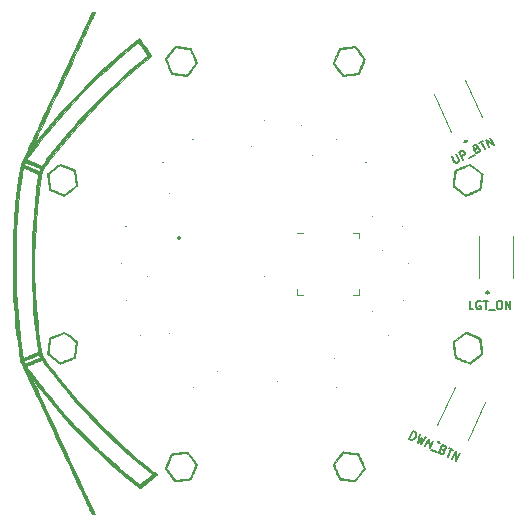
<source format=gbr>
%TF.GenerationSoftware,KiCad,Pcbnew,(5.1.6)-1*%
%TF.CreationDate,2024-07-23T23:35:14+05:30*%
%TF.ProjectId,Project_OAK_MAIN_BRD_V0.1,50726f6a-6563-4745-9f4f-414b5f4d4149,A*%
%TF.SameCoordinates,Original*%
%TF.FileFunction,Legend,Top*%
%TF.FilePolarity,Positive*%
%FSLAX46Y46*%
G04 Gerber Fmt 4.6, Leading zero omitted, Abs format (unit mm)*
G04 Created by KiCad (PCBNEW (5.1.6)-1) date 2024-07-23 23:35:14*
%MOMM*%
%LPD*%
G01*
G04 APERTURE LIST*
%ADD10C,0.160000*%
%ADD11C,0.010000*%
%ADD12C,0.200000*%
%ADD13C,0.100000*%
%ADD14C,0.120000*%
G04 APERTURE END LIST*
D10*
X82746393Y-108323237D02*
X83042226Y-107688821D01*
X83193277Y-107759258D01*
X83269821Y-107831730D01*
X83302067Y-107920325D01*
X83304103Y-107994833D01*
X83277964Y-108129761D01*
X83235702Y-108220392D01*
X83149142Y-108327146D01*
X83090758Y-108373479D01*
X83002163Y-108405725D01*
X82897445Y-108393673D01*
X82746393Y-108323237D01*
X83616221Y-107956480D02*
X83471439Y-108661331D01*
X83803590Y-108264527D01*
X83713122Y-108774030D01*
X84160006Y-108210051D01*
X84105855Y-108957164D02*
X84401688Y-108322749D01*
X84468378Y-109126211D01*
X84764211Y-108491796D01*
X84591255Y-109257068D02*
X85074619Y-109482465D01*
X85620277Y-109258779D02*
X85696820Y-109331251D01*
X85712943Y-109375548D01*
X85714979Y-109450056D01*
X85672717Y-109540687D01*
X85614332Y-109587020D01*
X85570035Y-109603143D01*
X85495527Y-109605179D01*
X85253845Y-109492481D01*
X85549678Y-108858065D01*
X85761149Y-108956676D01*
X85807483Y-109015061D01*
X85823606Y-109059358D01*
X85825641Y-109133866D01*
X85797467Y-109194287D01*
X85739082Y-109240620D01*
X85694784Y-109256743D01*
X85620277Y-109258779D01*
X85408805Y-109160168D01*
X86093462Y-109111636D02*
X86455985Y-109280683D01*
X85978891Y-109830575D02*
X86274724Y-109196160D01*
X86371624Y-110013710D02*
X86667457Y-109379294D01*
X86734148Y-110182757D01*
X87029980Y-109548342D01*
X86319242Y-84360294D02*
X86558725Y-84873869D01*
X86617110Y-84920202D01*
X86661408Y-84936325D01*
X86735916Y-84938361D01*
X86856757Y-84882012D01*
X86903090Y-84823627D01*
X86919213Y-84779329D01*
X86921249Y-84704821D01*
X86681765Y-84191247D01*
X87279700Y-84684790D02*
X86983868Y-84050374D01*
X87225550Y-83937676D01*
X87300057Y-83939712D01*
X87344355Y-83955835D01*
X87402740Y-84002168D01*
X87445002Y-84092799D01*
X87442966Y-84167307D01*
X87426843Y-84211604D01*
X87380510Y-84269989D01*
X87138828Y-84382687D01*
X87791239Y-84519814D02*
X88274603Y-84294417D01*
X88453992Y-83732637D02*
X88558710Y-83720585D01*
X88603007Y-83736708D01*
X88661392Y-83783041D01*
X88703654Y-83873672D01*
X88701618Y-83948180D01*
X88685495Y-83992478D01*
X88639162Y-84050862D01*
X88397480Y-84163561D01*
X88101647Y-83529145D01*
X88313119Y-83430534D01*
X88387627Y-83432570D01*
X88431924Y-83448693D01*
X88490309Y-83495026D01*
X88518484Y-83555447D01*
X88516448Y-83629954D01*
X88500325Y-83674252D01*
X88453992Y-83732637D01*
X88242520Y-83831248D01*
X88645432Y-83275574D02*
X89007955Y-83106527D01*
X89122526Y-83825466D02*
X88826693Y-83191051D01*
X89515260Y-83642331D02*
X89219427Y-83007916D01*
X89877783Y-83473284D01*
X89581950Y-82838869D01*
X88173100Y-97344666D02*
X87839766Y-97344666D01*
X87839766Y-96644666D01*
X88773100Y-96678000D02*
X88706433Y-96644666D01*
X88606433Y-96644666D01*
X88506433Y-96678000D01*
X88439766Y-96744666D01*
X88406433Y-96811333D01*
X88373100Y-96944666D01*
X88373100Y-97044666D01*
X88406433Y-97178000D01*
X88439766Y-97244666D01*
X88506433Y-97311333D01*
X88606433Y-97344666D01*
X88673100Y-97344666D01*
X88773100Y-97311333D01*
X88806433Y-97278000D01*
X88806433Y-97044666D01*
X88673100Y-97044666D01*
X89006433Y-96644666D02*
X89406433Y-96644666D01*
X89206433Y-97344666D02*
X89206433Y-96644666D01*
X89473100Y-97411333D02*
X90006433Y-97411333D01*
X90306433Y-96644666D02*
X90439766Y-96644666D01*
X90506433Y-96678000D01*
X90573100Y-96744666D01*
X90606433Y-96878000D01*
X90606433Y-97111333D01*
X90573100Y-97244666D01*
X90506433Y-97311333D01*
X90439766Y-97344666D01*
X90306433Y-97344666D01*
X90239766Y-97311333D01*
X90173100Y-97244666D01*
X90139766Y-97111333D01*
X90139766Y-96878000D01*
X90173100Y-96744666D01*
X90239766Y-96678000D01*
X90306433Y-96644666D01*
X90906433Y-97344666D02*
X90906433Y-96644666D01*
X91306433Y-97344666D01*
X91306433Y-96644666D01*
D11*
%TO.C,G\u002A\u002A\u002A*%
G36*
X56056447Y-72221868D02*
G01*
X56091724Y-72227738D01*
X56102221Y-72241671D01*
X56097895Y-72263383D01*
X56093098Y-72275854D01*
X56082838Y-72299891D01*
X56066584Y-72336643D01*
X56043799Y-72387258D01*
X56013951Y-72452884D01*
X55976506Y-72534670D01*
X55930930Y-72633765D01*
X55876689Y-72751315D01*
X55813250Y-72888471D01*
X55740078Y-73046380D01*
X55656640Y-73226191D01*
X55562403Y-73429052D01*
X55456831Y-73656111D01*
X55339392Y-73908518D01*
X55209552Y-74187419D01*
X55066776Y-74493964D01*
X54910532Y-74829301D01*
X54740285Y-75194578D01*
X54555501Y-75590944D01*
X54355647Y-76019548D01*
X54140189Y-76481536D01*
X53908593Y-76978059D01*
X53660326Y-77510263D01*
X53394853Y-78079299D01*
X53303859Y-78274333D01*
X53056263Y-78805018D01*
X52825946Y-79298678D01*
X52612286Y-79756652D01*
X52414663Y-80180279D01*
X52232453Y-80570898D01*
X52065037Y-80929847D01*
X51911794Y-81258465D01*
X51772101Y-81558091D01*
X51645337Y-81830062D01*
X51530882Y-82075718D01*
X51428114Y-82296398D01*
X51336412Y-82493439D01*
X51255155Y-82668181D01*
X51183721Y-82821962D01*
X51121488Y-82956121D01*
X51067837Y-83071996D01*
X51022145Y-83170926D01*
X50983791Y-83254250D01*
X50952155Y-83323306D01*
X50926614Y-83379433D01*
X50906547Y-83423969D01*
X50891334Y-83458254D01*
X50880353Y-83483625D01*
X50872982Y-83501422D01*
X50868601Y-83512982D01*
X50866588Y-83519645D01*
X50866321Y-83522750D01*
X50867181Y-83523634D01*
X50867613Y-83523667D01*
X50882712Y-83508203D01*
X50916935Y-83467156D01*
X50963650Y-83408539D01*
X50977052Y-83391375D01*
X51796551Y-82360725D01*
X52622829Y-81368447D01*
X53459442Y-80410701D01*
X54309946Y-79483647D01*
X55177899Y-78583447D01*
X56066857Y-77706260D01*
X56980377Y-76848248D01*
X57346850Y-76515496D01*
X57529142Y-76352620D01*
X57720191Y-76183923D01*
X57917409Y-76011559D01*
X58118206Y-75837678D01*
X58319991Y-75664432D01*
X58520175Y-75493974D01*
X58716168Y-75328454D01*
X58905380Y-75170025D01*
X59085221Y-75020839D01*
X59253103Y-74883047D01*
X59406434Y-74758801D01*
X59542625Y-74650252D01*
X59659087Y-74559553D01*
X59753229Y-74488856D01*
X59822461Y-74440312D01*
X59864195Y-74416072D01*
X59875505Y-74414525D01*
X59893267Y-74438142D01*
X59931554Y-74491683D01*
X59987257Y-74570658D01*
X60057265Y-74670573D01*
X60138468Y-74786939D01*
X60227755Y-74915262D01*
X60322017Y-75051053D01*
X60418144Y-75189819D01*
X60513025Y-75327069D01*
X60603550Y-75458310D01*
X60686609Y-75579053D01*
X60759092Y-75684805D01*
X60817889Y-75771074D01*
X60859889Y-75833370D01*
X60881983Y-75867200D01*
X60884534Y-75871712D01*
X60872129Y-75892859D01*
X60831417Y-75936165D01*
X60767052Y-75997223D01*
X60683686Y-76071627D01*
X60585975Y-76154970D01*
X60581173Y-76158978D01*
X60324355Y-76374018D01*
X60062293Y-76595065D01*
X59800007Y-76817805D01*
X59542514Y-77037925D01*
X59294833Y-77251111D01*
X59061984Y-77453051D01*
X58848983Y-77639432D01*
X58660850Y-77805938D01*
X58563933Y-77892762D01*
X57521016Y-78859848D01*
X56507797Y-79855410D01*
X55523054Y-80880766D01*
X54565561Y-81937235D01*
X53634095Y-83026136D01*
X52727433Y-84148788D01*
X52568736Y-84352025D01*
X52400818Y-84568609D01*
X52257100Y-84755073D01*
X52135412Y-84914419D01*
X52033588Y-85049646D01*
X51949459Y-85163754D01*
X51880857Y-85259743D01*
X51825615Y-85340615D01*
X51781564Y-85409368D01*
X51746537Y-85469003D01*
X51718365Y-85522521D01*
X51709119Y-85541639D01*
X51679149Y-85607199D01*
X51652350Y-85671767D01*
X51628044Y-85738971D01*
X51605552Y-85812438D01*
X51584197Y-85895795D01*
X51563300Y-85992669D01*
X51542183Y-86106688D01*
X51520168Y-86241478D01*
X51496578Y-86400668D01*
X51470733Y-86587883D01*
X51441956Y-86806753D01*
X51409568Y-87060903D01*
X51378056Y-87312500D01*
X51220532Y-88735932D01*
X51103933Y-90151147D01*
X51028242Y-91560694D01*
X50993443Y-92967126D01*
X50999519Y-94372991D01*
X51046455Y-95780842D01*
X51134233Y-97193228D01*
X51262838Y-98612699D01*
X51303261Y-98985917D01*
X51343049Y-99338586D01*
X51379324Y-99652197D01*
X51412801Y-99929813D01*
X51444197Y-100174496D01*
X51474228Y-100389309D01*
X51503610Y-100577316D01*
X51533058Y-100741579D01*
X51563289Y-100885161D01*
X51595020Y-101011126D01*
X51628965Y-101122536D01*
X51665841Y-101222454D01*
X51706364Y-101313943D01*
X51751250Y-101400067D01*
X51801215Y-101483887D01*
X51856975Y-101568468D01*
X51919247Y-101656872D01*
X51931677Y-101674083D01*
X52260780Y-102119119D01*
X52618911Y-102586110D01*
X53002156Y-103070423D01*
X53406602Y-103567423D01*
X53828337Y-104072477D01*
X54263447Y-104580949D01*
X54708019Y-105088207D01*
X55158141Y-105589615D01*
X55609898Y-106080539D01*
X56015684Y-106510667D01*
X56496863Y-107005517D01*
X57003713Y-107509998D01*
X57530476Y-108018888D01*
X58071396Y-108526969D01*
X58620716Y-109029018D01*
X59172679Y-109519816D01*
X59721530Y-109994142D01*
X60261511Y-110446775D01*
X60786866Y-110872495D01*
X61077160Y-111100796D01*
X61170602Y-111173867D01*
X61251840Y-111238246D01*
X61315162Y-111289339D01*
X61354859Y-111322551D01*
X61365651Y-111332886D01*
X61351532Y-111348487D01*
X61308622Y-111387526D01*
X61240929Y-111446672D01*
X61152455Y-111522593D01*
X61047207Y-111611959D01*
X60929190Y-111711437D01*
X60802409Y-111817697D01*
X60670869Y-111927408D01*
X60538576Y-112037239D01*
X60409534Y-112143857D01*
X60287749Y-112243932D01*
X60177226Y-112334133D01*
X60081970Y-112411129D01*
X60005986Y-112471587D01*
X59953280Y-112512178D01*
X59927857Y-112529570D01*
X59926376Y-112529966D01*
X59903832Y-112515377D01*
X59852458Y-112476587D01*
X59775889Y-112416566D01*
X59677758Y-112338284D01*
X59561699Y-112244711D01*
X59431345Y-112138817D01*
X59290330Y-112023573D01*
X59142288Y-111901949D01*
X58990851Y-111776914D01*
X58839655Y-111651438D01*
X58692332Y-111528493D01*
X58552517Y-111411047D01*
X58423842Y-111302071D01*
X58416215Y-111295578D01*
X57417437Y-110421588D01*
X56434224Y-109514798D01*
X55471410Y-108580075D01*
X54533830Y-107622288D01*
X53626317Y-106646306D01*
X52753705Y-105656995D01*
X52382704Y-105219500D01*
X52215729Y-105018412D01*
X52028131Y-104789371D01*
X51824666Y-104538305D01*
X51610089Y-104271143D01*
X51389159Y-103993813D01*
X51166630Y-103712244D01*
X50947260Y-103432364D01*
X50892513Y-103362125D01*
X50843564Y-103300257D01*
X50805365Y-103253863D01*
X50784558Y-103230954D01*
X50782813Y-103229833D01*
X50781857Y-103231042D01*
X50782628Y-103235692D01*
X50785836Y-103245316D01*
X50792194Y-103261448D01*
X50802411Y-103285624D01*
X50817199Y-103319377D01*
X50837267Y-103364241D01*
X50863327Y-103421750D01*
X50896090Y-103493438D01*
X50936266Y-103580840D01*
X50984566Y-103685489D01*
X51041701Y-103808920D01*
X51108381Y-103952667D01*
X51185318Y-104118264D01*
X51273222Y-104307245D01*
X51372803Y-104521144D01*
X51484773Y-104761495D01*
X51609843Y-105029832D01*
X51748722Y-105327690D01*
X51902123Y-105656602D01*
X52070754Y-106018103D01*
X52255329Y-106413727D01*
X52456556Y-106845008D01*
X52621535Y-107198583D01*
X52810633Y-107603851D01*
X53002101Y-108014211D01*
X53194546Y-108426679D01*
X53386576Y-108838271D01*
X53576800Y-109246002D01*
X53763825Y-109646889D01*
X53946259Y-110037947D01*
X54122709Y-110416193D01*
X54291785Y-110778642D01*
X54452094Y-111122310D01*
X54602243Y-111444213D01*
X54740841Y-111741367D01*
X54866496Y-112010788D01*
X54977815Y-112249491D01*
X55073407Y-112454492D01*
X55119685Y-112553750D01*
X55235477Y-112802068D01*
X55348349Y-113044032D01*
X55456698Y-113276207D01*
X55558918Y-113495161D01*
X55653405Y-113697458D01*
X55738554Y-113879664D01*
X55812761Y-114038345D01*
X55874421Y-114170067D01*
X55921930Y-114271396D01*
X55953683Y-114338897D01*
X55960313Y-114352917D01*
X56006417Y-114450647D01*
X56048564Y-114540864D01*
X56081871Y-114613056D01*
X56100515Y-114654542D01*
X56130335Y-114723333D01*
X55876376Y-114723333D01*
X55815095Y-114601625D01*
X55800430Y-114571095D01*
X55768717Y-114503986D01*
X55720795Y-114402090D01*
X55657499Y-114267197D01*
X55579668Y-114101099D01*
X55488138Y-113905587D01*
X55383747Y-113682452D01*
X55267332Y-113433485D01*
X55139729Y-113160477D01*
X55001777Y-112865221D01*
X54854311Y-112549506D01*
X54698170Y-112215124D01*
X54534190Y-111863867D01*
X54363209Y-111497525D01*
X54186064Y-111117889D01*
X54003592Y-110726752D01*
X53816630Y-110325903D01*
X53769768Y-110225417D01*
X53515941Y-109681142D01*
X53264984Y-109143060D01*
X53017592Y-108612661D01*
X52774462Y-108091438D01*
X52536291Y-107580883D01*
X52303775Y-107082488D01*
X52077609Y-106597744D01*
X51858492Y-106128144D01*
X51647118Y-105675179D01*
X51444185Y-105240342D01*
X51250389Y-104825124D01*
X51066426Y-104431017D01*
X50892992Y-104059514D01*
X50730785Y-103712106D01*
X50580500Y-103390285D01*
X50442834Y-103095544D01*
X50318483Y-102829373D01*
X50208144Y-102593266D01*
X50112512Y-102388713D01*
X50032286Y-102217208D01*
X50006388Y-102161892D01*
X50312289Y-102161892D01*
X50320361Y-102182205D01*
X50352690Y-102232765D01*
X50407100Y-102310750D01*
X50481413Y-102413342D01*
X50573453Y-102537719D01*
X50681043Y-102681062D01*
X50802005Y-102840552D01*
X50934164Y-103013368D01*
X51075341Y-103196690D01*
X51223360Y-103387699D01*
X51376044Y-103583575D01*
X51531217Y-103781497D01*
X51686701Y-103978645D01*
X51840319Y-104172201D01*
X51989894Y-104359344D01*
X52133250Y-104537253D01*
X52268210Y-104703110D01*
X52363579Y-104819068D01*
X52779839Y-105316296D01*
X53193026Y-105797023D01*
X53609192Y-106267889D01*
X54034392Y-106735534D01*
X54474681Y-107206599D01*
X54936112Y-107687724D01*
X55424739Y-108185549D01*
X55523484Y-108284914D01*
X55867296Y-108628479D01*
X56188503Y-108945575D01*
X56492645Y-109241352D01*
X56785261Y-109520963D01*
X57071891Y-109789560D01*
X57358075Y-110052295D01*
X57649354Y-110314320D01*
X57951266Y-110580787D01*
X58269353Y-110856848D01*
X58520450Y-111072083D01*
X58649422Y-111181277D01*
X58788516Y-111297542D01*
X58933941Y-111417841D01*
X59081911Y-111539139D01*
X59228635Y-111658400D01*
X59370326Y-111772588D01*
X59503195Y-111878668D01*
X59623454Y-111973603D01*
X59727313Y-112054359D01*
X59810985Y-112117899D01*
X59870680Y-112161188D01*
X59902611Y-112181189D01*
X59905862Y-112182199D01*
X59926686Y-112169756D01*
X59976075Y-112134050D01*
X60049668Y-112078426D01*
X60143102Y-112006225D01*
X60252015Y-111920794D01*
X60372046Y-111825476D01*
X60392695Y-111808967D01*
X60517391Y-111709055D01*
X60634319Y-111615129D01*
X60738498Y-111531208D01*
X60824946Y-111461313D01*
X60888682Y-111409463D01*
X60924726Y-111379679D01*
X60926296Y-111378342D01*
X60992076Y-111322082D01*
X60481796Y-110922266D01*
X60039188Y-110568189D01*
X59575027Y-110182876D01*
X59092700Y-109769297D01*
X58595590Y-109330425D01*
X58087083Y-108869232D01*
X57570564Y-108388690D01*
X57251600Y-108085991D01*
X56644370Y-107493323D01*
X56031934Y-106872091D01*
X55419469Y-106228146D01*
X54812152Y-105567339D01*
X54215161Y-104895518D01*
X53633672Y-104218536D01*
X53072864Y-103542242D01*
X52537912Y-102872486D01*
X52033996Y-102215120D01*
X51915618Y-102056295D01*
X51830170Y-101941757D01*
X51752694Y-101839382D01*
X51686819Y-101753844D01*
X51636170Y-101689815D01*
X51604376Y-101651969D01*
X51595267Y-101643556D01*
X51573400Y-101650943D01*
X51518050Y-101672085D01*
X51434904Y-101704682D01*
X51329651Y-101746438D01*
X51207978Y-101795055D01*
X51075573Y-101848233D01*
X50938125Y-101903676D01*
X50801322Y-101959084D01*
X50670852Y-102012161D01*
X50552402Y-102060608D01*
X50451662Y-102102127D01*
X50374319Y-102134420D01*
X50326060Y-102155188D01*
X50312289Y-102161892D01*
X50006388Y-102161892D01*
X49968160Y-102080241D01*
X49920831Y-101979305D01*
X49901731Y-101938667D01*
X49805781Y-101734803D01*
X50097267Y-101734803D01*
X50105584Y-101774438D01*
X50126110Y-101828741D01*
X50152205Y-101883582D01*
X50177231Y-101924831D01*
X50193057Y-101938667D01*
X50219535Y-101930963D01*
X50279735Y-101909249D01*
X50368227Y-101875617D01*
X50479583Y-101832161D01*
X50608374Y-101780975D01*
X50746692Y-101725161D01*
X50934771Y-101648665D01*
X51087313Y-101586422D01*
X51208025Y-101536807D01*
X51300614Y-101498195D01*
X51368785Y-101468961D01*
X51416244Y-101447479D01*
X51446699Y-101432125D01*
X51463856Y-101421273D01*
X51471421Y-101413299D01*
X51473100Y-101406663D01*
X51464712Y-101377921D01*
X51443349Y-101325691D01*
X51428155Y-101292255D01*
X51397980Y-101235042D01*
X51372943Y-101209828D01*
X51344277Y-101208629D01*
X51338196Y-101210304D01*
X51298095Y-101224697D01*
X51228028Y-101252174D01*
X51133654Y-101290343D01*
X51020634Y-101336812D01*
X50894627Y-101389190D01*
X50761291Y-101445083D01*
X50626286Y-101502101D01*
X50495271Y-101557851D01*
X50373906Y-101609941D01*
X50267851Y-101655979D01*
X50182763Y-101693574D01*
X50124304Y-101720332D01*
X50098131Y-101733863D01*
X50097267Y-101734803D01*
X49805781Y-101734803D01*
X49797127Y-101716417D01*
X49682791Y-100922667D01*
X49572759Y-100124270D01*
X49477015Y-99353356D01*
X49394903Y-98601353D01*
X49325769Y-97859689D01*
X49268955Y-97119794D01*
X49223805Y-96373094D01*
X49189665Y-95611018D01*
X49165877Y-94824996D01*
X49151786Y-94006454D01*
X49151492Y-93980000D01*
X49152601Y-93468482D01*
X49408975Y-93468482D01*
X49409300Y-93781050D01*
X49410307Y-94088746D01*
X49411996Y-94386898D01*
X49414368Y-94670833D01*
X49417422Y-94935879D01*
X49421158Y-95177363D01*
X49425577Y-95390612D01*
X49430679Y-95570953D01*
X49436464Y-95713714D01*
X49436562Y-95715667D01*
X49496539Y-96745407D01*
X49571124Y-97741442D01*
X49660908Y-98710010D01*
X49766485Y-99657351D01*
X49888444Y-100589706D01*
X49919392Y-100806250D01*
X49947210Y-100995179D01*
X49970434Y-101146061D01*
X49989889Y-101262837D01*
X50006397Y-101349445D01*
X50020780Y-101409825D01*
X50033863Y-101447915D01*
X50046469Y-101467655D01*
X50058708Y-101473000D01*
X50083314Y-101465062D01*
X50141989Y-101442570D01*
X50229836Y-101407512D01*
X50341956Y-101361872D01*
X50473450Y-101307636D01*
X50619418Y-101246790D01*
X50692893Y-101215943D01*
X50864084Y-101143691D01*
X51000134Y-101085576D01*
X51105033Y-101039583D01*
X51182772Y-101003698D01*
X51237342Y-100975907D01*
X51272732Y-100954195D01*
X51292934Y-100936548D01*
X51301937Y-100920952D01*
X51303767Y-100907597D01*
X51300900Y-100871869D01*
X51292889Y-100801261D01*
X51280617Y-100702797D01*
X51264968Y-100583500D01*
X51246825Y-100450393D01*
X51240906Y-100407946D01*
X51107243Y-99383095D01*
X50995928Y-98371782D01*
X50906542Y-97366666D01*
X50838666Y-96360406D01*
X50791881Y-95345661D01*
X50765767Y-94315091D01*
X50759907Y-93261354D01*
X50773125Y-92212583D01*
X50803730Y-91263373D01*
X50855723Y-90289268D01*
X50928181Y-89301353D01*
X51020179Y-88310708D01*
X51130795Y-87328416D01*
X51259104Y-86365559D01*
X51262379Y-86342879D01*
X51281152Y-86212680D01*
X51297671Y-86097273D01*
X51311039Y-86003011D01*
X51320355Y-85936245D01*
X51324720Y-85903328D01*
X51324933Y-85901079D01*
X51306187Y-85888726D01*
X51253702Y-85863139D01*
X51173110Y-85826648D01*
X51070043Y-85781579D01*
X50950130Y-85730261D01*
X50819005Y-85675022D01*
X50682297Y-85618190D01*
X50545639Y-85562092D01*
X50414661Y-85509057D01*
X50294994Y-85461412D01*
X50192271Y-85421485D01*
X50112122Y-85391604D01*
X50060179Y-85374098D01*
X50042224Y-85370820D01*
X50035663Y-85394671D01*
X50024034Y-85455250D01*
X50008153Y-85547361D01*
X49988834Y-85665809D01*
X49966892Y-85805397D01*
X49943141Y-85960932D01*
X49918396Y-86127216D01*
X49893473Y-86299056D01*
X49869184Y-86471256D01*
X49865537Y-86497583D01*
X49734102Y-87531732D01*
X49622855Y-88586574D01*
X49531331Y-89667240D01*
X49459062Y-90778862D01*
X49436712Y-91207167D01*
X49430906Y-91353303D01*
X49425781Y-91536623D01*
X49421337Y-91752453D01*
X49417574Y-91996121D01*
X49414491Y-92262954D01*
X49412090Y-92548280D01*
X49410370Y-92847424D01*
X49409332Y-93155716D01*
X49408975Y-93468482D01*
X49152601Y-93468482D01*
X49154500Y-92593395D01*
X49194294Y-91218435D01*
X49271276Y-89849260D01*
X49385846Y-88480011D01*
X49538406Y-87104830D01*
X49707734Y-85862583D01*
X49738404Y-85659519D01*
X49765988Y-85490661D01*
X49792796Y-85348230D01*
X49821137Y-85224443D01*
X49853321Y-85111520D01*
X49854048Y-85109436D01*
X50131932Y-85109436D01*
X50132332Y-85126953D01*
X50155603Y-85136572D01*
X50212912Y-85160673D01*
X50299341Y-85197175D01*
X50409969Y-85243998D01*
X50539877Y-85299060D01*
X50684145Y-85360279D01*
X50742850Y-85385209D01*
X50892551Y-85448119D01*
X51031082Y-85505046D01*
X51153285Y-85553973D01*
X51254003Y-85592881D01*
X51328082Y-85619753D01*
X51370363Y-85632570D01*
X51376893Y-85633348D01*
X51408961Y-85616127D01*
X51436520Y-85566357D01*
X51449855Y-85527744D01*
X51467251Y-85465499D01*
X51469921Y-85430846D01*
X51457959Y-85411719D01*
X51450813Y-85406756D01*
X51421110Y-85392266D01*
X51359670Y-85365143D01*
X51272201Y-85327726D01*
X51164411Y-85282355D01*
X51042009Y-85231369D01*
X50910703Y-85177108D01*
X50776201Y-85121911D01*
X50644212Y-85068117D01*
X50520445Y-85018067D01*
X50410607Y-84974099D01*
X50320408Y-84938553D01*
X50255555Y-84913769D01*
X50221757Y-84902086D01*
X50218214Y-84901602D01*
X50192729Y-84948818D01*
X50166635Y-85007641D01*
X50144760Y-85065403D01*
X50131932Y-85109436D01*
X49854048Y-85109436D01*
X49891658Y-85001679D01*
X49938459Y-84887140D01*
X49996031Y-84760121D01*
X50047010Y-84653857D01*
X50351267Y-84653857D01*
X50370438Y-84674044D01*
X50425047Y-84706374D01*
X50510741Y-84748548D01*
X50623163Y-84798269D01*
X50631725Y-84801889D01*
X50878852Y-84905830D01*
X51090360Y-84994177D01*
X51265705Y-85066709D01*
X51404344Y-85123204D01*
X51505734Y-85163442D01*
X51569331Y-85187200D01*
X51593617Y-85194299D01*
X51612179Y-85178403D01*
X51652764Y-85132646D01*
X51712082Y-85061099D01*
X51786844Y-84967835D01*
X51873761Y-84856925D01*
X51969545Y-84732442D01*
X52015514Y-84671958D01*
X52442607Y-84114283D01*
X52856550Y-83587227D01*
X53263223Y-83083595D01*
X53668507Y-82596191D01*
X54078281Y-82117821D01*
X54424219Y-81724500D01*
X54895459Y-81203754D01*
X55393294Y-80670418D01*
X55912015Y-80130094D01*
X56445914Y-79588386D01*
X56989281Y-79050895D01*
X57536407Y-78523224D01*
X58081584Y-78010976D01*
X58619103Y-77519753D01*
X59143255Y-77055157D01*
X59463517Y-76779100D01*
X59558270Y-76698861D01*
X59668347Y-76606442D01*
X59788866Y-76505865D01*
X59914942Y-76401154D01*
X60041694Y-76296331D01*
X60164239Y-76195419D01*
X60277693Y-76102440D01*
X60377174Y-76021418D01*
X60457799Y-75956376D01*
X60514686Y-75911335D01*
X60539532Y-75892610D01*
X60570102Y-75863949D01*
X60567025Y-75833948D01*
X60558323Y-75818697D01*
X60533152Y-75781046D01*
X60488811Y-75717460D01*
X60429002Y-75633042D01*
X60357426Y-75532897D01*
X60277786Y-75422130D01*
X60193782Y-75305843D01*
X60109118Y-75189143D01*
X60027494Y-75077133D01*
X59952612Y-74974917D01*
X59888175Y-74887600D01*
X59837883Y-74820286D01*
X59805438Y-74778079D01*
X59794720Y-74765773D01*
X59772041Y-74777072D01*
X59717809Y-74815721D01*
X59632478Y-74881358D01*
X59516499Y-74973623D01*
X59370322Y-75092153D01*
X59194399Y-75236588D01*
X58989182Y-75406565D01*
X58849683Y-75522743D01*
X58069249Y-76189886D01*
X57284078Y-76892370D01*
X56499853Y-77624502D01*
X55722259Y-78380592D01*
X54956979Y-79154949D01*
X54209697Y-79941881D01*
X53486096Y-80735698D01*
X52791860Y-81530708D01*
X52476278Y-81904417D01*
X52346596Y-82060955D01*
X52206532Y-82232270D01*
X52058289Y-82415511D01*
X51904072Y-82607824D01*
X51746085Y-82806359D01*
X51586532Y-83008264D01*
X51427618Y-83210686D01*
X51271546Y-83410773D01*
X51120522Y-83605673D01*
X50976749Y-83792535D01*
X50842431Y-83968507D01*
X50719773Y-84130736D01*
X50610979Y-84276370D01*
X50518253Y-84402559D01*
X50443800Y-84506448D01*
X50389823Y-84585188D01*
X50358528Y-84635925D01*
X50351267Y-84653857D01*
X50047010Y-84653857D01*
X50066687Y-84612842D01*
X50097297Y-84550250D01*
X50127759Y-84487841D01*
X50162633Y-84415805D01*
X50202461Y-84332981D01*
X50247786Y-84238210D01*
X50299152Y-84130332D01*
X50357102Y-84008187D01*
X50422179Y-83870615D01*
X50494926Y-83716458D01*
X50575886Y-83544554D01*
X50665604Y-83353746D01*
X50764621Y-83142871D01*
X50873482Y-82910772D01*
X50992730Y-82656289D01*
X51122907Y-82378261D01*
X51264557Y-82075529D01*
X51418224Y-81746934D01*
X51584450Y-81391315D01*
X51763778Y-81007513D01*
X51956753Y-80594368D01*
X52163917Y-80150720D01*
X52385813Y-79675411D01*
X52622985Y-79167280D01*
X52875976Y-78625167D01*
X53145329Y-78047913D01*
X53431588Y-77434357D01*
X53669231Y-76924958D01*
X55863790Y-72220667D01*
X55987621Y-72220667D01*
X56056447Y-72221868D01*
G37*
X56056447Y-72221868D02*
X56091724Y-72227738D01*
X56102221Y-72241671D01*
X56097895Y-72263383D01*
X56093098Y-72275854D01*
X56082838Y-72299891D01*
X56066584Y-72336643D01*
X56043799Y-72387258D01*
X56013951Y-72452884D01*
X55976506Y-72534670D01*
X55930930Y-72633765D01*
X55876689Y-72751315D01*
X55813250Y-72888471D01*
X55740078Y-73046380D01*
X55656640Y-73226191D01*
X55562403Y-73429052D01*
X55456831Y-73656111D01*
X55339392Y-73908518D01*
X55209552Y-74187419D01*
X55066776Y-74493964D01*
X54910532Y-74829301D01*
X54740285Y-75194578D01*
X54555501Y-75590944D01*
X54355647Y-76019548D01*
X54140189Y-76481536D01*
X53908593Y-76978059D01*
X53660326Y-77510263D01*
X53394853Y-78079299D01*
X53303859Y-78274333D01*
X53056263Y-78805018D01*
X52825946Y-79298678D01*
X52612286Y-79756652D01*
X52414663Y-80180279D01*
X52232453Y-80570898D01*
X52065037Y-80929847D01*
X51911794Y-81258465D01*
X51772101Y-81558091D01*
X51645337Y-81830062D01*
X51530882Y-82075718D01*
X51428114Y-82296398D01*
X51336412Y-82493439D01*
X51255155Y-82668181D01*
X51183721Y-82821962D01*
X51121488Y-82956121D01*
X51067837Y-83071996D01*
X51022145Y-83170926D01*
X50983791Y-83254250D01*
X50952155Y-83323306D01*
X50926614Y-83379433D01*
X50906547Y-83423969D01*
X50891334Y-83458254D01*
X50880353Y-83483625D01*
X50872982Y-83501422D01*
X50868601Y-83512982D01*
X50866588Y-83519645D01*
X50866321Y-83522750D01*
X50867181Y-83523634D01*
X50867613Y-83523667D01*
X50882712Y-83508203D01*
X50916935Y-83467156D01*
X50963650Y-83408539D01*
X50977052Y-83391375D01*
X51796551Y-82360725D01*
X52622829Y-81368447D01*
X53459442Y-80410701D01*
X54309946Y-79483647D01*
X55177899Y-78583447D01*
X56066857Y-77706260D01*
X56980377Y-76848248D01*
X57346850Y-76515496D01*
X57529142Y-76352620D01*
X57720191Y-76183923D01*
X57917409Y-76011559D01*
X58118206Y-75837678D01*
X58319991Y-75664432D01*
X58520175Y-75493974D01*
X58716168Y-75328454D01*
X58905380Y-75170025D01*
X59085221Y-75020839D01*
X59253103Y-74883047D01*
X59406434Y-74758801D01*
X59542625Y-74650252D01*
X59659087Y-74559553D01*
X59753229Y-74488856D01*
X59822461Y-74440312D01*
X59864195Y-74416072D01*
X59875505Y-74414525D01*
X59893267Y-74438142D01*
X59931554Y-74491683D01*
X59987257Y-74570658D01*
X60057265Y-74670573D01*
X60138468Y-74786939D01*
X60227755Y-74915262D01*
X60322017Y-75051053D01*
X60418144Y-75189819D01*
X60513025Y-75327069D01*
X60603550Y-75458310D01*
X60686609Y-75579053D01*
X60759092Y-75684805D01*
X60817889Y-75771074D01*
X60859889Y-75833370D01*
X60881983Y-75867200D01*
X60884534Y-75871712D01*
X60872129Y-75892859D01*
X60831417Y-75936165D01*
X60767052Y-75997223D01*
X60683686Y-76071627D01*
X60585975Y-76154970D01*
X60581173Y-76158978D01*
X60324355Y-76374018D01*
X60062293Y-76595065D01*
X59800007Y-76817805D01*
X59542514Y-77037925D01*
X59294833Y-77251111D01*
X59061984Y-77453051D01*
X58848983Y-77639432D01*
X58660850Y-77805938D01*
X58563933Y-77892762D01*
X57521016Y-78859848D01*
X56507797Y-79855410D01*
X55523054Y-80880766D01*
X54565561Y-81937235D01*
X53634095Y-83026136D01*
X52727433Y-84148788D01*
X52568736Y-84352025D01*
X52400818Y-84568609D01*
X52257100Y-84755073D01*
X52135412Y-84914419D01*
X52033588Y-85049646D01*
X51949459Y-85163754D01*
X51880857Y-85259743D01*
X51825615Y-85340615D01*
X51781564Y-85409368D01*
X51746537Y-85469003D01*
X51718365Y-85522521D01*
X51709119Y-85541639D01*
X51679149Y-85607199D01*
X51652350Y-85671767D01*
X51628044Y-85738971D01*
X51605552Y-85812438D01*
X51584197Y-85895795D01*
X51563300Y-85992669D01*
X51542183Y-86106688D01*
X51520168Y-86241478D01*
X51496578Y-86400668D01*
X51470733Y-86587883D01*
X51441956Y-86806753D01*
X51409568Y-87060903D01*
X51378056Y-87312500D01*
X51220532Y-88735932D01*
X51103933Y-90151147D01*
X51028242Y-91560694D01*
X50993443Y-92967126D01*
X50999519Y-94372991D01*
X51046455Y-95780842D01*
X51134233Y-97193228D01*
X51262838Y-98612699D01*
X51303261Y-98985917D01*
X51343049Y-99338586D01*
X51379324Y-99652197D01*
X51412801Y-99929813D01*
X51444197Y-100174496D01*
X51474228Y-100389309D01*
X51503610Y-100577316D01*
X51533058Y-100741579D01*
X51563289Y-100885161D01*
X51595020Y-101011126D01*
X51628965Y-101122536D01*
X51665841Y-101222454D01*
X51706364Y-101313943D01*
X51751250Y-101400067D01*
X51801215Y-101483887D01*
X51856975Y-101568468D01*
X51919247Y-101656872D01*
X51931677Y-101674083D01*
X52260780Y-102119119D01*
X52618911Y-102586110D01*
X53002156Y-103070423D01*
X53406602Y-103567423D01*
X53828337Y-104072477D01*
X54263447Y-104580949D01*
X54708019Y-105088207D01*
X55158141Y-105589615D01*
X55609898Y-106080539D01*
X56015684Y-106510667D01*
X56496863Y-107005517D01*
X57003713Y-107509998D01*
X57530476Y-108018888D01*
X58071396Y-108526969D01*
X58620716Y-109029018D01*
X59172679Y-109519816D01*
X59721530Y-109994142D01*
X60261511Y-110446775D01*
X60786866Y-110872495D01*
X61077160Y-111100796D01*
X61170602Y-111173867D01*
X61251840Y-111238246D01*
X61315162Y-111289339D01*
X61354859Y-111322551D01*
X61365651Y-111332886D01*
X61351532Y-111348487D01*
X61308622Y-111387526D01*
X61240929Y-111446672D01*
X61152455Y-111522593D01*
X61047207Y-111611959D01*
X60929190Y-111711437D01*
X60802409Y-111817697D01*
X60670869Y-111927408D01*
X60538576Y-112037239D01*
X60409534Y-112143857D01*
X60287749Y-112243932D01*
X60177226Y-112334133D01*
X60081970Y-112411129D01*
X60005986Y-112471587D01*
X59953280Y-112512178D01*
X59927857Y-112529570D01*
X59926376Y-112529966D01*
X59903832Y-112515377D01*
X59852458Y-112476587D01*
X59775889Y-112416566D01*
X59677758Y-112338284D01*
X59561699Y-112244711D01*
X59431345Y-112138817D01*
X59290330Y-112023573D01*
X59142288Y-111901949D01*
X58990851Y-111776914D01*
X58839655Y-111651438D01*
X58692332Y-111528493D01*
X58552517Y-111411047D01*
X58423842Y-111302071D01*
X58416215Y-111295578D01*
X57417437Y-110421588D01*
X56434224Y-109514798D01*
X55471410Y-108580075D01*
X54533830Y-107622288D01*
X53626317Y-106646306D01*
X52753705Y-105656995D01*
X52382704Y-105219500D01*
X52215729Y-105018412D01*
X52028131Y-104789371D01*
X51824666Y-104538305D01*
X51610089Y-104271143D01*
X51389159Y-103993813D01*
X51166630Y-103712244D01*
X50947260Y-103432364D01*
X50892513Y-103362125D01*
X50843564Y-103300257D01*
X50805365Y-103253863D01*
X50784558Y-103230954D01*
X50782813Y-103229833D01*
X50781857Y-103231042D01*
X50782628Y-103235692D01*
X50785836Y-103245316D01*
X50792194Y-103261448D01*
X50802411Y-103285624D01*
X50817199Y-103319377D01*
X50837267Y-103364241D01*
X50863327Y-103421750D01*
X50896090Y-103493438D01*
X50936266Y-103580840D01*
X50984566Y-103685489D01*
X51041701Y-103808920D01*
X51108381Y-103952667D01*
X51185318Y-104118264D01*
X51273222Y-104307245D01*
X51372803Y-104521144D01*
X51484773Y-104761495D01*
X51609843Y-105029832D01*
X51748722Y-105327690D01*
X51902123Y-105656602D01*
X52070754Y-106018103D01*
X52255329Y-106413727D01*
X52456556Y-106845008D01*
X52621535Y-107198583D01*
X52810633Y-107603851D01*
X53002101Y-108014211D01*
X53194546Y-108426679D01*
X53386576Y-108838271D01*
X53576800Y-109246002D01*
X53763825Y-109646889D01*
X53946259Y-110037947D01*
X54122709Y-110416193D01*
X54291785Y-110778642D01*
X54452094Y-111122310D01*
X54602243Y-111444213D01*
X54740841Y-111741367D01*
X54866496Y-112010788D01*
X54977815Y-112249491D01*
X55073407Y-112454492D01*
X55119685Y-112553750D01*
X55235477Y-112802068D01*
X55348349Y-113044032D01*
X55456698Y-113276207D01*
X55558918Y-113495161D01*
X55653405Y-113697458D01*
X55738554Y-113879664D01*
X55812761Y-114038345D01*
X55874421Y-114170067D01*
X55921930Y-114271396D01*
X55953683Y-114338897D01*
X55960313Y-114352917D01*
X56006417Y-114450647D01*
X56048564Y-114540864D01*
X56081871Y-114613056D01*
X56100515Y-114654542D01*
X56130335Y-114723333D01*
X55876376Y-114723333D01*
X55815095Y-114601625D01*
X55800430Y-114571095D01*
X55768717Y-114503986D01*
X55720795Y-114402090D01*
X55657499Y-114267197D01*
X55579668Y-114101099D01*
X55488138Y-113905587D01*
X55383747Y-113682452D01*
X55267332Y-113433485D01*
X55139729Y-113160477D01*
X55001777Y-112865221D01*
X54854311Y-112549506D01*
X54698170Y-112215124D01*
X54534190Y-111863867D01*
X54363209Y-111497525D01*
X54186064Y-111117889D01*
X54003592Y-110726752D01*
X53816630Y-110325903D01*
X53769768Y-110225417D01*
X53515941Y-109681142D01*
X53264984Y-109143060D01*
X53017592Y-108612661D01*
X52774462Y-108091438D01*
X52536291Y-107580883D01*
X52303775Y-107082488D01*
X52077609Y-106597744D01*
X51858492Y-106128144D01*
X51647118Y-105675179D01*
X51444185Y-105240342D01*
X51250389Y-104825124D01*
X51066426Y-104431017D01*
X50892992Y-104059514D01*
X50730785Y-103712106D01*
X50580500Y-103390285D01*
X50442834Y-103095544D01*
X50318483Y-102829373D01*
X50208144Y-102593266D01*
X50112512Y-102388713D01*
X50032286Y-102217208D01*
X50006388Y-102161892D01*
X50312289Y-102161892D01*
X50320361Y-102182205D01*
X50352690Y-102232765D01*
X50407100Y-102310750D01*
X50481413Y-102413342D01*
X50573453Y-102537719D01*
X50681043Y-102681062D01*
X50802005Y-102840552D01*
X50934164Y-103013368D01*
X51075341Y-103196690D01*
X51223360Y-103387699D01*
X51376044Y-103583575D01*
X51531217Y-103781497D01*
X51686701Y-103978645D01*
X51840319Y-104172201D01*
X51989894Y-104359344D01*
X52133250Y-104537253D01*
X52268210Y-104703110D01*
X52363579Y-104819068D01*
X52779839Y-105316296D01*
X53193026Y-105797023D01*
X53609192Y-106267889D01*
X54034392Y-106735534D01*
X54474681Y-107206599D01*
X54936112Y-107687724D01*
X55424739Y-108185549D01*
X55523484Y-108284914D01*
X55867296Y-108628479D01*
X56188503Y-108945575D01*
X56492645Y-109241352D01*
X56785261Y-109520963D01*
X57071891Y-109789560D01*
X57358075Y-110052295D01*
X57649354Y-110314320D01*
X57951266Y-110580787D01*
X58269353Y-110856848D01*
X58520450Y-111072083D01*
X58649422Y-111181277D01*
X58788516Y-111297542D01*
X58933941Y-111417841D01*
X59081911Y-111539139D01*
X59228635Y-111658400D01*
X59370326Y-111772588D01*
X59503195Y-111878668D01*
X59623454Y-111973603D01*
X59727313Y-112054359D01*
X59810985Y-112117899D01*
X59870680Y-112161188D01*
X59902611Y-112181189D01*
X59905862Y-112182199D01*
X59926686Y-112169756D01*
X59976075Y-112134050D01*
X60049668Y-112078426D01*
X60143102Y-112006225D01*
X60252015Y-111920794D01*
X60372046Y-111825476D01*
X60392695Y-111808967D01*
X60517391Y-111709055D01*
X60634319Y-111615129D01*
X60738498Y-111531208D01*
X60824946Y-111461313D01*
X60888682Y-111409463D01*
X60924726Y-111379679D01*
X60926296Y-111378342D01*
X60992076Y-111322082D01*
X60481796Y-110922266D01*
X60039188Y-110568189D01*
X59575027Y-110182876D01*
X59092700Y-109769297D01*
X58595590Y-109330425D01*
X58087083Y-108869232D01*
X57570564Y-108388690D01*
X57251600Y-108085991D01*
X56644370Y-107493323D01*
X56031934Y-106872091D01*
X55419469Y-106228146D01*
X54812152Y-105567339D01*
X54215161Y-104895518D01*
X53633672Y-104218536D01*
X53072864Y-103542242D01*
X52537912Y-102872486D01*
X52033996Y-102215120D01*
X51915618Y-102056295D01*
X51830170Y-101941757D01*
X51752694Y-101839382D01*
X51686819Y-101753844D01*
X51636170Y-101689815D01*
X51604376Y-101651969D01*
X51595267Y-101643556D01*
X51573400Y-101650943D01*
X51518050Y-101672085D01*
X51434904Y-101704682D01*
X51329651Y-101746438D01*
X51207978Y-101795055D01*
X51075573Y-101848233D01*
X50938125Y-101903676D01*
X50801322Y-101959084D01*
X50670852Y-102012161D01*
X50552402Y-102060608D01*
X50451662Y-102102127D01*
X50374319Y-102134420D01*
X50326060Y-102155188D01*
X50312289Y-102161892D01*
X50006388Y-102161892D01*
X49968160Y-102080241D01*
X49920831Y-101979305D01*
X49901731Y-101938667D01*
X49805781Y-101734803D01*
X50097267Y-101734803D01*
X50105584Y-101774438D01*
X50126110Y-101828741D01*
X50152205Y-101883582D01*
X50177231Y-101924831D01*
X50193057Y-101938667D01*
X50219535Y-101930963D01*
X50279735Y-101909249D01*
X50368227Y-101875617D01*
X50479583Y-101832161D01*
X50608374Y-101780975D01*
X50746692Y-101725161D01*
X50934771Y-101648665D01*
X51087313Y-101586422D01*
X51208025Y-101536807D01*
X51300614Y-101498195D01*
X51368785Y-101468961D01*
X51416244Y-101447479D01*
X51446699Y-101432125D01*
X51463856Y-101421273D01*
X51471421Y-101413299D01*
X51473100Y-101406663D01*
X51464712Y-101377921D01*
X51443349Y-101325691D01*
X51428155Y-101292255D01*
X51397980Y-101235042D01*
X51372943Y-101209828D01*
X51344277Y-101208629D01*
X51338196Y-101210304D01*
X51298095Y-101224697D01*
X51228028Y-101252174D01*
X51133654Y-101290343D01*
X51020634Y-101336812D01*
X50894627Y-101389190D01*
X50761291Y-101445083D01*
X50626286Y-101502101D01*
X50495271Y-101557851D01*
X50373906Y-101609941D01*
X50267851Y-101655979D01*
X50182763Y-101693574D01*
X50124304Y-101720332D01*
X50098131Y-101733863D01*
X50097267Y-101734803D01*
X49805781Y-101734803D01*
X49797127Y-101716417D01*
X49682791Y-100922667D01*
X49572759Y-100124270D01*
X49477015Y-99353356D01*
X49394903Y-98601353D01*
X49325769Y-97859689D01*
X49268955Y-97119794D01*
X49223805Y-96373094D01*
X49189665Y-95611018D01*
X49165877Y-94824996D01*
X49151786Y-94006454D01*
X49151492Y-93980000D01*
X49152601Y-93468482D01*
X49408975Y-93468482D01*
X49409300Y-93781050D01*
X49410307Y-94088746D01*
X49411996Y-94386898D01*
X49414368Y-94670833D01*
X49417422Y-94935879D01*
X49421158Y-95177363D01*
X49425577Y-95390612D01*
X49430679Y-95570953D01*
X49436464Y-95713714D01*
X49436562Y-95715667D01*
X49496539Y-96745407D01*
X49571124Y-97741442D01*
X49660908Y-98710010D01*
X49766485Y-99657351D01*
X49888444Y-100589706D01*
X49919392Y-100806250D01*
X49947210Y-100995179D01*
X49970434Y-101146061D01*
X49989889Y-101262837D01*
X50006397Y-101349445D01*
X50020780Y-101409825D01*
X50033863Y-101447915D01*
X50046469Y-101467655D01*
X50058708Y-101473000D01*
X50083314Y-101465062D01*
X50141989Y-101442570D01*
X50229836Y-101407512D01*
X50341956Y-101361872D01*
X50473450Y-101307636D01*
X50619418Y-101246790D01*
X50692893Y-101215943D01*
X50864084Y-101143691D01*
X51000134Y-101085576D01*
X51105033Y-101039583D01*
X51182772Y-101003698D01*
X51237342Y-100975907D01*
X51272732Y-100954195D01*
X51292934Y-100936548D01*
X51301937Y-100920952D01*
X51303767Y-100907597D01*
X51300900Y-100871869D01*
X51292889Y-100801261D01*
X51280617Y-100702797D01*
X51264968Y-100583500D01*
X51246825Y-100450393D01*
X51240906Y-100407946D01*
X51107243Y-99383095D01*
X50995928Y-98371782D01*
X50906542Y-97366666D01*
X50838666Y-96360406D01*
X50791881Y-95345661D01*
X50765767Y-94315091D01*
X50759907Y-93261354D01*
X50773125Y-92212583D01*
X50803730Y-91263373D01*
X50855723Y-90289268D01*
X50928181Y-89301353D01*
X51020179Y-88310708D01*
X51130795Y-87328416D01*
X51259104Y-86365559D01*
X51262379Y-86342879D01*
X51281152Y-86212680D01*
X51297671Y-86097273D01*
X51311039Y-86003011D01*
X51320355Y-85936245D01*
X51324720Y-85903328D01*
X51324933Y-85901079D01*
X51306187Y-85888726D01*
X51253702Y-85863139D01*
X51173110Y-85826648D01*
X51070043Y-85781579D01*
X50950130Y-85730261D01*
X50819005Y-85675022D01*
X50682297Y-85618190D01*
X50545639Y-85562092D01*
X50414661Y-85509057D01*
X50294994Y-85461412D01*
X50192271Y-85421485D01*
X50112122Y-85391604D01*
X50060179Y-85374098D01*
X50042224Y-85370820D01*
X50035663Y-85394671D01*
X50024034Y-85455250D01*
X50008153Y-85547361D01*
X49988834Y-85665809D01*
X49966892Y-85805397D01*
X49943141Y-85960932D01*
X49918396Y-86127216D01*
X49893473Y-86299056D01*
X49869184Y-86471256D01*
X49865537Y-86497583D01*
X49734102Y-87531732D01*
X49622855Y-88586574D01*
X49531331Y-89667240D01*
X49459062Y-90778862D01*
X49436712Y-91207167D01*
X49430906Y-91353303D01*
X49425781Y-91536623D01*
X49421337Y-91752453D01*
X49417574Y-91996121D01*
X49414491Y-92262954D01*
X49412090Y-92548280D01*
X49410370Y-92847424D01*
X49409332Y-93155716D01*
X49408975Y-93468482D01*
X49152601Y-93468482D01*
X49154500Y-92593395D01*
X49194294Y-91218435D01*
X49271276Y-89849260D01*
X49385846Y-88480011D01*
X49538406Y-87104830D01*
X49707734Y-85862583D01*
X49738404Y-85659519D01*
X49765988Y-85490661D01*
X49792796Y-85348230D01*
X49821137Y-85224443D01*
X49853321Y-85111520D01*
X49854048Y-85109436D01*
X50131932Y-85109436D01*
X50132332Y-85126953D01*
X50155603Y-85136572D01*
X50212912Y-85160673D01*
X50299341Y-85197175D01*
X50409969Y-85243998D01*
X50539877Y-85299060D01*
X50684145Y-85360279D01*
X50742850Y-85385209D01*
X50892551Y-85448119D01*
X51031082Y-85505046D01*
X51153285Y-85553973D01*
X51254003Y-85592881D01*
X51328082Y-85619753D01*
X51370363Y-85632570D01*
X51376893Y-85633348D01*
X51408961Y-85616127D01*
X51436520Y-85566357D01*
X51449855Y-85527744D01*
X51467251Y-85465499D01*
X51469921Y-85430846D01*
X51457959Y-85411719D01*
X51450813Y-85406756D01*
X51421110Y-85392266D01*
X51359670Y-85365143D01*
X51272201Y-85327726D01*
X51164411Y-85282355D01*
X51042009Y-85231369D01*
X50910703Y-85177108D01*
X50776201Y-85121911D01*
X50644212Y-85068117D01*
X50520445Y-85018067D01*
X50410607Y-84974099D01*
X50320408Y-84938553D01*
X50255555Y-84913769D01*
X50221757Y-84902086D01*
X50218214Y-84901602D01*
X50192729Y-84948818D01*
X50166635Y-85007641D01*
X50144760Y-85065403D01*
X50131932Y-85109436D01*
X49854048Y-85109436D01*
X49891658Y-85001679D01*
X49938459Y-84887140D01*
X49996031Y-84760121D01*
X50047010Y-84653857D01*
X50351267Y-84653857D01*
X50370438Y-84674044D01*
X50425047Y-84706374D01*
X50510741Y-84748548D01*
X50623163Y-84798269D01*
X50631725Y-84801889D01*
X50878852Y-84905830D01*
X51090360Y-84994177D01*
X51265705Y-85066709D01*
X51404344Y-85123204D01*
X51505734Y-85163442D01*
X51569331Y-85187200D01*
X51593617Y-85194299D01*
X51612179Y-85178403D01*
X51652764Y-85132646D01*
X51712082Y-85061099D01*
X51786844Y-84967835D01*
X51873761Y-84856925D01*
X51969545Y-84732442D01*
X52015514Y-84671958D01*
X52442607Y-84114283D01*
X52856550Y-83587227D01*
X53263223Y-83083595D01*
X53668507Y-82596191D01*
X54078281Y-82117821D01*
X54424219Y-81724500D01*
X54895459Y-81203754D01*
X55393294Y-80670418D01*
X55912015Y-80130094D01*
X56445914Y-79588386D01*
X56989281Y-79050895D01*
X57536407Y-78523224D01*
X58081584Y-78010976D01*
X58619103Y-77519753D01*
X59143255Y-77055157D01*
X59463517Y-76779100D01*
X59558270Y-76698861D01*
X59668347Y-76606442D01*
X59788866Y-76505865D01*
X59914942Y-76401154D01*
X60041694Y-76296331D01*
X60164239Y-76195419D01*
X60277693Y-76102440D01*
X60377174Y-76021418D01*
X60457799Y-75956376D01*
X60514686Y-75911335D01*
X60539532Y-75892610D01*
X60570102Y-75863949D01*
X60567025Y-75833948D01*
X60558323Y-75818697D01*
X60533152Y-75781046D01*
X60488811Y-75717460D01*
X60429002Y-75633042D01*
X60357426Y-75532897D01*
X60277786Y-75422130D01*
X60193782Y-75305843D01*
X60109118Y-75189143D01*
X60027494Y-75077133D01*
X59952612Y-74974917D01*
X59888175Y-74887600D01*
X59837883Y-74820286D01*
X59805438Y-74778079D01*
X59794720Y-74765773D01*
X59772041Y-74777072D01*
X59717809Y-74815721D01*
X59632478Y-74881358D01*
X59516499Y-74973623D01*
X59370322Y-75092153D01*
X59194399Y-75236588D01*
X58989182Y-75406565D01*
X58849683Y-75522743D01*
X58069249Y-76189886D01*
X57284078Y-76892370D01*
X56499853Y-77624502D01*
X55722259Y-78380592D01*
X54956979Y-79154949D01*
X54209697Y-79941881D01*
X53486096Y-80735698D01*
X52791860Y-81530708D01*
X52476278Y-81904417D01*
X52346596Y-82060955D01*
X52206532Y-82232270D01*
X52058289Y-82415511D01*
X51904072Y-82607824D01*
X51746085Y-82806359D01*
X51586532Y-83008264D01*
X51427618Y-83210686D01*
X51271546Y-83410773D01*
X51120522Y-83605673D01*
X50976749Y-83792535D01*
X50842431Y-83968507D01*
X50719773Y-84130736D01*
X50610979Y-84276370D01*
X50518253Y-84402559D01*
X50443800Y-84506448D01*
X50389823Y-84585188D01*
X50358528Y-84635925D01*
X50351267Y-84653857D01*
X50047010Y-84653857D01*
X50066687Y-84612842D01*
X50097297Y-84550250D01*
X50127759Y-84487841D01*
X50162633Y-84415805D01*
X50202461Y-84332981D01*
X50247786Y-84238210D01*
X50299152Y-84130332D01*
X50357102Y-84008187D01*
X50422179Y-83870615D01*
X50494926Y-83716458D01*
X50575886Y-83544554D01*
X50665604Y-83353746D01*
X50764621Y-83142871D01*
X50873482Y-82910772D01*
X50992730Y-82656289D01*
X51122907Y-82378261D01*
X51264557Y-82075529D01*
X51418224Y-81746934D01*
X51584450Y-81391315D01*
X51763778Y-81007513D01*
X51956753Y-80594368D01*
X52163917Y-80150720D01*
X52385813Y-79675411D01*
X52622985Y-79167280D01*
X52875976Y-78625167D01*
X53145329Y-78047913D01*
X53431588Y-77434357D01*
X53669231Y-76924958D01*
X55863790Y-72220667D01*
X55987621Y-72220667D01*
X56056447Y-72221868D01*
G36*
X63913926Y-109402973D02*
G01*
X63951288Y-109427514D01*
X63971301Y-109452909D01*
X64013563Y-109507476D01*
X64074634Y-109586740D01*
X64151074Y-109686226D01*
X64239441Y-109801459D01*
X64336294Y-109927964D01*
X64372332Y-109975083D01*
X64763551Y-110486750D01*
X64502730Y-111113665D01*
X64439022Y-111266365D01*
X64380314Y-111406255D01*
X64328618Y-111528608D01*
X64285943Y-111628700D01*
X64254300Y-111701804D01*
X64235698Y-111743196D01*
X64231710Y-111750779D01*
X64209437Y-111755603D01*
X64151321Y-111764929D01*
X64063515Y-111777931D01*
X63952172Y-111793787D01*
X63823446Y-111811671D01*
X63683491Y-111830760D01*
X63538460Y-111850230D01*
X63394507Y-111869257D01*
X63257785Y-111887017D01*
X63134447Y-111902687D01*
X63030648Y-111915441D01*
X62952541Y-111924456D01*
X62906279Y-111928909D01*
X62898960Y-111929237D01*
X62875905Y-111912520D01*
X62829881Y-111863838D01*
X62762795Y-111785480D01*
X62676552Y-111679738D01*
X62573056Y-111548901D01*
X62454213Y-111395259D01*
X62447726Y-111386790D01*
X62032381Y-110844247D01*
X62039079Y-110828070D01*
X62145954Y-110828070D01*
X62526764Y-111325785D01*
X62626675Y-111454935D01*
X62718455Y-111570827D01*
X62798811Y-111669504D01*
X62864449Y-111747008D01*
X62912077Y-111799383D01*
X62938400Y-111822672D01*
X62941022Y-111823500D01*
X62970113Y-111820836D01*
X63035428Y-111813318D01*
X63131225Y-111801657D01*
X63251761Y-111786564D01*
X63391294Y-111768751D01*
X63544081Y-111748927D01*
X63557909Y-111747118D01*
X63710613Y-111726656D01*
X63849613Y-111707129D01*
X63969365Y-111689390D01*
X64064324Y-111674289D01*
X64128946Y-111662677D01*
X64157688Y-111655405D01*
X64158394Y-111654932D01*
X64170631Y-111632012D01*
X64196307Y-111575958D01*
X64232878Y-111492838D01*
X64277803Y-111388720D01*
X64328540Y-111269670D01*
X64382547Y-111141756D01*
X64437281Y-111011046D01*
X64490200Y-110883608D01*
X64538762Y-110765508D01*
X64580425Y-110662814D01*
X64612647Y-110581594D01*
X64632885Y-110527915D01*
X64638767Y-110508418D01*
X64626456Y-110487845D01*
X64592133Y-110438968D01*
X64539711Y-110366947D01*
X64473105Y-110276944D01*
X64396229Y-110174120D01*
X64312995Y-110063636D01*
X64227319Y-109950654D01*
X64143113Y-109840334D01*
X64064293Y-109737838D01*
X63994771Y-109648327D01*
X63938461Y-109576962D01*
X63899278Y-109528904D01*
X63881135Y-109509315D01*
X63881104Y-109509297D01*
X63857203Y-109509855D01*
X63797808Y-109515468D01*
X63709330Y-109525301D01*
X63598176Y-109538518D01*
X63470759Y-109554280D01*
X63333486Y-109571753D01*
X63192767Y-109590099D01*
X63055013Y-109608482D01*
X62926633Y-109626065D01*
X62814036Y-109642012D01*
X62723632Y-109655485D01*
X62661830Y-109665650D01*
X62635041Y-109671668D01*
X62634551Y-109671993D01*
X62624291Y-109693201D01*
X62599892Y-109748560D01*
X62563462Y-109833133D01*
X62517112Y-109941980D01*
X62462952Y-110070164D01*
X62403093Y-110212747D01*
X62385521Y-110254763D01*
X62145954Y-110828070D01*
X62039079Y-110828070D01*
X62291956Y-110217332D01*
X62355259Y-110064664D01*
X62413401Y-109924863D01*
X62464406Y-109802645D01*
X62506299Y-109702729D01*
X62537104Y-109629834D01*
X62554844Y-109588675D01*
X62558348Y-109581232D01*
X62580262Y-109576263D01*
X62638871Y-109566719D01*
X62728871Y-109553359D01*
X62844962Y-109536947D01*
X62981840Y-109518243D01*
X63134204Y-109498008D01*
X63173340Y-109492898D01*
X63332570Y-109472109D01*
X63481130Y-109452587D01*
X63612967Y-109435138D01*
X63722029Y-109420566D01*
X63802264Y-109409676D01*
X63847618Y-109403275D01*
X63851490Y-109402680D01*
X63913926Y-109402973D01*
G37*
X63913926Y-109402973D02*
X63951288Y-109427514D01*
X63971301Y-109452909D01*
X64013563Y-109507476D01*
X64074634Y-109586740D01*
X64151074Y-109686226D01*
X64239441Y-109801459D01*
X64336294Y-109927964D01*
X64372332Y-109975083D01*
X64763551Y-110486750D01*
X64502730Y-111113665D01*
X64439022Y-111266365D01*
X64380314Y-111406255D01*
X64328618Y-111528608D01*
X64285943Y-111628700D01*
X64254300Y-111701804D01*
X64235698Y-111743196D01*
X64231710Y-111750779D01*
X64209437Y-111755603D01*
X64151321Y-111764929D01*
X64063515Y-111777931D01*
X63952172Y-111793787D01*
X63823446Y-111811671D01*
X63683491Y-111830760D01*
X63538460Y-111850230D01*
X63394507Y-111869257D01*
X63257785Y-111887017D01*
X63134447Y-111902687D01*
X63030648Y-111915441D01*
X62952541Y-111924456D01*
X62906279Y-111928909D01*
X62898960Y-111929237D01*
X62875905Y-111912520D01*
X62829881Y-111863838D01*
X62762795Y-111785480D01*
X62676552Y-111679738D01*
X62573056Y-111548901D01*
X62454213Y-111395259D01*
X62447726Y-111386790D01*
X62032381Y-110844247D01*
X62039079Y-110828070D01*
X62145954Y-110828070D01*
X62526764Y-111325785D01*
X62626675Y-111454935D01*
X62718455Y-111570827D01*
X62798811Y-111669504D01*
X62864449Y-111747008D01*
X62912077Y-111799383D01*
X62938400Y-111822672D01*
X62941022Y-111823500D01*
X62970113Y-111820836D01*
X63035428Y-111813318D01*
X63131225Y-111801657D01*
X63251761Y-111786564D01*
X63391294Y-111768751D01*
X63544081Y-111748927D01*
X63557909Y-111747118D01*
X63710613Y-111726656D01*
X63849613Y-111707129D01*
X63969365Y-111689390D01*
X64064324Y-111674289D01*
X64128946Y-111662677D01*
X64157688Y-111655405D01*
X64158394Y-111654932D01*
X64170631Y-111632012D01*
X64196307Y-111575958D01*
X64232878Y-111492838D01*
X64277803Y-111388720D01*
X64328540Y-111269670D01*
X64382547Y-111141756D01*
X64437281Y-111011046D01*
X64490200Y-110883608D01*
X64538762Y-110765508D01*
X64580425Y-110662814D01*
X64612647Y-110581594D01*
X64632885Y-110527915D01*
X64638767Y-110508418D01*
X64626456Y-110487845D01*
X64592133Y-110438968D01*
X64539711Y-110366947D01*
X64473105Y-110276944D01*
X64396229Y-110174120D01*
X64312995Y-110063636D01*
X64227319Y-109950654D01*
X64143113Y-109840334D01*
X64064293Y-109737838D01*
X63994771Y-109648327D01*
X63938461Y-109576962D01*
X63899278Y-109528904D01*
X63881135Y-109509315D01*
X63881104Y-109509297D01*
X63857203Y-109509855D01*
X63797808Y-109515468D01*
X63709330Y-109525301D01*
X63598176Y-109538518D01*
X63470759Y-109554280D01*
X63333486Y-109571753D01*
X63192767Y-109590099D01*
X63055013Y-109608482D01*
X62926633Y-109626065D01*
X62814036Y-109642012D01*
X62723632Y-109655485D01*
X62661830Y-109665650D01*
X62635041Y-109671668D01*
X62634551Y-109671993D01*
X62624291Y-109693201D01*
X62599892Y-109748560D01*
X62563462Y-109833133D01*
X62517112Y-109941980D01*
X62462952Y-110070164D01*
X62403093Y-110212747D01*
X62385521Y-110254763D01*
X62145954Y-110828070D01*
X62039079Y-110828070D01*
X62291956Y-110217332D01*
X62355259Y-110064664D01*
X62413401Y-109924863D01*
X62464406Y-109802645D01*
X62506299Y-109702729D01*
X62537104Y-109629834D01*
X62554844Y-109588675D01*
X62558348Y-109581232D01*
X62580262Y-109576263D01*
X62638871Y-109566719D01*
X62728871Y-109553359D01*
X62844962Y-109536947D01*
X62981840Y-109518243D01*
X63134204Y-109498008D01*
X63173340Y-109492898D01*
X63332570Y-109472109D01*
X63481130Y-109452587D01*
X63612967Y-109435138D01*
X63722029Y-109420566D01*
X63802264Y-109409676D01*
X63847618Y-109403275D01*
X63851490Y-109402680D01*
X63913926Y-109402973D01*
G36*
X77168564Y-109402246D02*
G01*
X77236281Y-109411822D01*
X77334613Y-109425096D01*
X77457865Y-109441311D01*
X77600337Y-109459711D01*
X77756332Y-109479540D01*
X77793850Y-109484265D01*
X77951263Y-109504416D01*
X78095637Y-109523595D01*
X78221449Y-109541013D01*
X78323176Y-109555881D01*
X78395297Y-109567410D01*
X78432289Y-109574812D01*
X78435390Y-109575919D01*
X78450033Y-109598366D01*
X78478548Y-109655204D01*
X78518776Y-109741642D01*
X78568555Y-109852888D01*
X78625728Y-109984153D01*
X78688134Y-110130646D01*
X78723431Y-110214833D01*
X78797892Y-110394455D01*
X78856734Y-110539012D01*
X78901296Y-110652228D01*
X78932913Y-110737828D01*
X78952923Y-110799537D01*
X78962662Y-110841079D01*
X78963467Y-110866178D01*
X78960307Y-110874763D01*
X78941863Y-110900008D01*
X78900979Y-110954328D01*
X78841053Y-111033262D01*
X78765480Y-111132349D01*
X78677660Y-111247131D01*
X78580988Y-111373147D01*
X78545267Y-111419632D01*
X78434368Y-111563699D01*
X78345980Y-111677655D01*
X78276884Y-111765006D01*
X78223858Y-111829257D01*
X78183683Y-111873915D01*
X78153138Y-111902483D01*
X78129003Y-111918469D01*
X78108058Y-111925375D01*
X78087082Y-111926709D01*
X78079600Y-111926524D01*
X78039538Y-111923062D01*
X77963770Y-111914533D01*
X77858516Y-111901714D01*
X77729998Y-111885382D01*
X77584437Y-111866314D01*
X77428054Y-111845287D01*
X77416694Y-111843739D01*
X77262726Y-111822506D01*
X77121868Y-111802643D01*
X76999748Y-111784978D01*
X76901999Y-111770339D01*
X76834249Y-111759557D01*
X76802130Y-111753460D01*
X76800907Y-111753071D01*
X76784432Y-111730765D01*
X76755392Y-111674873D01*
X76716116Y-111591087D01*
X76668928Y-111485103D01*
X76616157Y-111362614D01*
X76560127Y-111229314D01*
X76503165Y-111090898D01*
X76447599Y-110953060D01*
X76395753Y-110821494D01*
X76349955Y-110701894D01*
X76312532Y-110599954D01*
X76285808Y-110521368D01*
X76274343Y-110479899D01*
X76384414Y-110479899D01*
X76388049Y-110504204D01*
X76406336Y-110562472D01*
X76437408Y-110649686D01*
X76479403Y-110760829D01*
X76530456Y-110890886D01*
X76588702Y-111034840D01*
X76608608Y-111083149D01*
X76849318Y-111664750D01*
X77416834Y-111741978D01*
X77570288Y-111762607D01*
X77712769Y-111781283D01*
X77838047Y-111797227D01*
X77939892Y-111809660D01*
X78012075Y-111817803D01*
X78047850Y-111820866D01*
X78076261Y-111818261D01*
X78104213Y-111805340D01*
X78137216Y-111776838D01*
X78180777Y-111727486D01*
X78240404Y-111652018D01*
X78283559Y-111595471D01*
X78362379Y-111491729D01*
X78456205Y-111368519D01*
X78554270Y-111239961D01*
X78645813Y-111120176D01*
X78662003Y-111099022D01*
X78868238Y-110829627D01*
X78629524Y-110252355D01*
X78569071Y-110106288D01*
X78514002Y-109973468D01*
X78466347Y-109858775D01*
X78428137Y-109767086D01*
X78401404Y-109703280D01*
X78388176Y-109672235D01*
X78387140Y-109670032D01*
X78364806Y-109664463D01*
X78306838Y-109654909D01*
X78219562Y-109642159D01*
X78109305Y-109627000D01*
X77982394Y-109610222D01*
X77845157Y-109592611D01*
X77703919Y-109574956D01*
X77565009Y-109558046D01*
X77434751Y-109542669D01*
X77319475Y-109529612D01*
X77225505Y-109519664D01*
X77159170Y-109513613D01*
X77126795Y-109512248D01*
X77124715Y-109512765D01*
X77110295Y-109530869D01*
X77074440Y-109577187D01*
X77016546Y-109652509D01*
X76936010Y-109757621D01*
X76832228Y-109893312D01*
X76704599Y-110060370D01*
X76552518Y-110259583D01*
X76384414Y-110479899D01*
X76274343Y-110479899D01*
X76272112Y-110471831D01*
X76271558Y-110457434D01*
X76288915Y-110434349D01*
X76328815Y-110382050D01*
X76387948Y-110304850D01*
X76463008Y-110207059D01*
X76550686Y-110092990D01*
X76647675Y-109966953D01*
X76692661Y-109908540D01*
X76808776Y-109758461D01*
X76902328Y-109639250D01*
X76976015Y-109547804D01*
X77032534Y-109481019D01*
X77074584Y-109435792D01*
X77104860Y-109409020D01*
X77126062Y-109397598D01*
X77137161Y-109397124D01*
X77168564Y-109402246D01*
G37*
X77168564Y-109402246D02*
X77236281Y-109411822D01*
X77334613Y-109425096D01*
X77457865Y-109441311D01*
X77600337Y-109459711D01*
X77756332Y-109479540D01*
X77793850Y-109484265D01*
X77951263Y-109504416D01*
X78095637Y-109523595D01*
X78221449Y-109541013D01*
X78323176Y-109555881D01*
X78395297Y-109567410D01*
X78432289Y-109574812D01*
X78435390Y-109575919D01*
X78450033Y-109598366D01*
X78478548Y-109655204D01*
X78518776Y-109741642D01*
X78568555Y-109852888D01*
X78625728Y-109984153D01*
X78688134Y-110130646D01*
X78723431Y-110214833D01*
X78797892Y-110394455D01*
X78856734Y-110539012D01*
X78901296Y-110652228D01*
X78932913Y-110737828D01*
X78952923Y-110799537D01*
X78962662Y-110841079D01*
X78963467Y-110866178D01*
X78960307Y-110874763D01*
X78941863Y-110900008D01*
X78900979Y-110954328D01*
X78841053Y-111033262D01*
X78765480Y-111132349D01*
X78677660Y-111247131D01*
X78580988Y-111373147D01*
X78545267Y-111419632D01*
X78434368Y-111563699D01*
X78345980Y-111677655D01*
X78276884Y-111765006D01*
X78223858Y-111829257D01*
X78183683Y-111873915D01*
X78153138Y-111902483D01*
X78129003Y-111918469D01*
X78108058Y-111925375D01*
X78087082Y-111926709D01*
X78079600Y-111926524D01*
X78039538Y-111923062D01*
X77963770Y-111914533D01*
X77858516Y-111901714D01*
X77729998Y-111885382D01*
X77584437Y-111866314D01*
X77428054Y-111845287D01*
X77416694Y-111843739D01*
X77262726Y-111822506D01*
X77121868Y-111802643D01*
X76999748Y-111784978D01*
X76901999Y-111770339D01*
X76834249Y-111759557D01*
X76802130Y-111753460D01*
X76800907Y-111753071D01*
X76784432Y-111730765D01*
X76755392Y-111674873D01*
X76716116Y-111591087D01*
X76668928Y-111485103D01*
X76616157Y-111362614D01*
X76560127Y-111229314D01*
X76503165Y-111090898D01*
X76447599Y-110953060D01*
X76395753Y-110821494D01*
X76349955Y-110701894D01*
X76312532Y-110599954D01*
X76285808Y-110521368D01*
X76274343Y-110479899D01*
X76384414Y-110479899D01*
X76388049Y-110504204D01*
X76406336Y-110562472D01*
X76437408Y-110649686D01*
X76479403Y-110760829D01*
X76530456Y-110890886D01*
X76588702Y-111034840D01*
X76608608Y-111083149D01*
X76849318Y-111664750D01*
X77416834Y-111741978D01*
X77570288Y-111762607D01*
X77712769Y-111781283D01*
X77838047Y-111797227D01*
X77939892Y-111809660D01*
X78012075Y-111817803D01*
X78047850Y-111820866D01*
X78076261Y-111818261D01*
X78104213Y-111805340D01*
X78137216Y-111776838D01*
X78180777Y-111727486D01*
X78240404Y-111652018D01*
X78283559Y-111595471D01*
X78362379Y-111491729D01*
X78456205Y-111368519D01*
X78554270Y-111239961D01*
X78645813Y-111120176D01*
X78662003Y-111099022D01*
X78868238Y-110829627D01*
X78629524Y-110252355D01*
X78569071Y-110106288D01*
X78514002Y-109973468D01*
X78466347Y-109858775D01*
X78428137Y-109767086D01*
X78401404Y-109703280D01*
X78388176Y-109672235D01*
X78387140Y-109670032D01*
X78364806Y-109664463D01*
X78306838Y-109654909D01*
X78219562Y-109642159D01*
X78109305Y-109627000D01*
X77982394Y-109610222D01*
X77845157Y-109592611D01*
X77703919Y-109574956D01*
X77565009Y-109558046D01*
X77434751Y-109542669D01*
X77319475Y-109529612D01*
X77225505Y-109519664D01*
X77159170Y-109513613D01*
X77126795Y-109512248D01*
X77124715Y-109512765D01*
X77110295Y-109530869D01*
X77074440Y-109577187D01*
X77016546Y-109652509D01*
X76936010Y-109757621D01*
X76832228Y-109893312D01*
X76704599Y-110060370D01*
X76552518Y-110259583D01*
X76384414Y-110479899D01*
X76274343Y-110479899D01*
X76272112Y-110471831D01*
X76271558Y-110457434D01*
X76288915Y-110434349D01*
X76328815Y-110382050D01*
X76387948Y-110304850D01*
X76463008Y-110207059D01*
X76550686Y-110092990D01*
X76647675Y-109966953D01*
X76692661Y-109908540D01*
X76808776Y-109758461D01*
X76902328Y-109639250D01*
X76976015Y-109547804D01*
X77032534Y-109481019D01*
X77074584Y-109435792D01*
X77104860Y-109409020D01*
X77126062Y-109397598D01*
X77137161Y-109397124D01*
X77168564Y-109402246D01*
G36*
X54059277Y-99653996D02*
G01*
X54190297Y-99753858D01*
X54310318Y-99845350D01*
X54415249Y-99925353D01*
X54500999Y-99990748D01*
X54563477Y-100038414D01*
X54598592Y-100065233D01*
X54604744Y-100069954D01*
X54604192Y-100091593D01*
X54598777Y-100149056D01*
X54589269Y-100236209D01*
X54576438Y-100346920D01*
X54561057Y-100475056D01*
X54543894Y-100614483D01*
X54525721Y-100759068D01*
X54507308Y-100902679D01*
X54489426Y-101039183D01*
X54472847Y-101162446D01*
X54458340Y-101266335D01*
X54446676Y-101344718D01*
X54438770Y-101390758D01*
X54433600Y-101409254D01*
X54423446Y-101426417D01*
X54404152Y-101444351D01*
X54371561Y-101465160D01*
X54321520Y-101490948D01*
X54249871Y-101523820D01*
X54152459Y-101565879D01*
X54025129Y-101619231D01*
X53863724Y-101685979D01*
X53820824Y-101703662D01*
X53670086Y-101765922D01*
X53531597Y-101823403D01*
X53410312Y-101874027D01*
X53311189Y-101915713D01*
X53239183Y-101946383D01*
X53199249Y-101963959D01*
X53193168Y-101966975D01*
X53171332Y-101958091D01*
X53120349Y-101926228D01*
X53044485Y-101874399D01*
X52948011Y-101805616D01*
X52835192Y-101722891D01*
X52710299Y-101629235D01*
X52655147Y-101587272D01*
X52525211Y-101487722D01*
X52405021Y-101395135D01*
X52299031Y-101312983D01*
X52211694Y-101244735D01*
X52147464Y-101193862D01*
X52110796Y-101163835D01*
X52105040Y-101158637D01*
X52095722Y-101146485D01*
X52089406Y-101128497D01*
X52086440Y-101100190D01*
X52087173Y-101057083D01*
X52088820Y-101035571D01*
X52187615Y-101035571D01*
X52188270Y-101054687D01*
X52196095Y-101075394D01*
X52214610Y-101100890D01*
X52247335Y-101134373D01*
X52297792Y-101179042D01*
X52369501Y-101238094D01*
X52465984Y-101314729D01*
X52590760Y-101412143D01*
X52669017Y-101472865D01*
X52793802Y-101569123D01*
X52908132Y-101656451D01*
X53007644Y-101731583D01*
X53087973Y-101791256D01*
X53144755Y-101832205D01*
X53173626Y-101851165D01*
X53175963Y-101852086D01*
X53199951Y-101844748D01*
X53257913Y-101823068D01*
X53344778Y-101789061D01*
X53455474Y-101744743D01*
X53584931Y-101692130D01*
X53728078Y-101633239D01*
X53765286Y-101617822D01*
X53910614Y-101556867D01*
X54042794Y-101500171D01*
X54156864Y-101449963D01*
X54247861Y-101408472D01*
X54310822Y-101377927D01*
X54340783Y-101360559D01*
X54342538Y-101358530D01*
X54347428Y-101331725D01*
X54356707Y-101269570D01*
X54369503Y-101178718D01*
X54384946Y-101065824D01*
X54402164Y-100937542D01*
X54420286Y-100800528D01*
X54438440Y-100661435D01*
X54455756Y-100526919D01*
X54471361Y-100403633D01*
X54484385Y-100298231D01*
X54493956Y-100217369D01*
X54499203Y-100167701D01*
X54499933Y-100156461D01*
X54483445Y-100134014D01*
X54436123Y-100089104D01*
X54361176Y-100024432D01*
X54261815Y-99942693D01*
X54141252Y-99846586D01*
X54005134Y-99740686D01*
X53510335Y-99359820D01*
X52937635Y-99596548D01*
X52791673Y-99657119D01*
X52658597Y-99712800D01*
X52543393Y-99761465D01*
X52451050Y-99800993D01*
X52386554Y-99829259D01*
X52354893Y-99844142D01*
X52352625Y-99845586D01*
X52347433Y-99868122D01*
X52337696Y-99926189D01*
X52324306Y-100013337D01*
X52308160Y-100123113D01*
X52290150Y-100249069D01*
X52271172Y-100384751D01*
X52252121Y-100523711D01*
X52233890Y-100659495D01*
X52217374Y-100785655D01*
X52203469Y-100895738D01*
X52193068Y-100983294D01*
X52187615Y-101035571D01*
X52088820Y-101035571D01*
X52091952Y-100994696D01*
X52101126Y-100908547D01*
X52115044Y-100794154D01*
X52134053Y-100647037D01*
X52158503Y-100462714D01*
X52160011Y-100451418D01*
X52182085Y-100287815D01*
X52202716Y-100138146D01*
X52221175Y-100007447D01*
X52236734Y-99900752D01*
X52248664Y-99823098D01*
X52256236Y-99779521D01*
X52258321Y-99771862D01*
X52279249Y-99762318D01*
X52334613Y-99738627D01*
X52419703Y-99702762D01*
X52529810Y-99656696D01*
X52660226Y-99602402D01*
X52806240Y-99541852D01*
X52895110Y-99505102D01*
X53523370Y-99245566D01*
X54059277Y-99653996D01*
G37*
X54059277Y-99653996D02*
X54190297Y-99753858D01*
X54310318Y-99845350D01*
X54415249Y-99925353D01*
X54500999Y-99990748D01*
X54563477Y-100038414D01*
X54598592Y-100065233D01*
X54604744Y-100069954D01*
X54604192Y-100091593D01*
X54598777Y-100149056D01*
X54589269Y-100236209D01*
X54576438Y-100346920D01*
X54561057Y-100475056D01*
X54543894Y-100614483D01*
X54525721Y-100759068D01*
X54507308Y-100902679D01*
X54489426Y-101039183D01*
X54472847Y-101162446D01*
X54458340Y-101266335D01*
X54446676Y-101344718D01*
X54438770Y-101390758D01*
X54433600Y-101409254D01*
X54423446Y-101426417D01*
X54404152Y-101444351D01*
X54371561Y-101465160D01*
X54321520Y-101490948D01*
X54249871Y-101523820D01*
X54152459Y-101565879D01*
X54025129Y-101619231D01*
X53863724Y-101685979D01*
X53820824Y-101703662D01*
X53670086Y-101765922D01*
X53531597Y-101823403D01*
X53410312Y-101874027D01*
X53311189Y-101915713D01*
X53239183Y-101946383D01*
X53199249Y-101963959D01*
X53193168Y-101966975D01*
X53171332Y-101958091D01*
X53120349Y-101926228D01*
X53044485Y-101874399D01*
X52948011Y-101805616D01*
X52835192Y-101722891D01*
X52710299Y-101629235D01*
X52655147Y-101587272D01*
X52525211Y-101487722D01*
X52405021Y-101395135D01*
X52299031Y-101312983D01*
X52211694Y-101244735D01*
X52147464Y-101193862D01*
X52110796Y-101163835D01*
X52105040Y-101158637D01*
X52095722Y-101146485D01*
X52089406Y-101128497D01*
X52086440Y-101100190D01*
X52087173Y-101057083D01*
X52088820Y-101035571D01*
X52187615Y-101035571D01*
X52188270Y-101054687D01*
X52196095Y-101075394D01*
X52214610Y-101100890D01*
X52247335Y-101134373D01*
X52297792Y-101179042D01*
X52369501Y-101238094D01*
X52465984Y-101314729D01*
X52590760Y-101412143D01*
X52669017Y-101472865D01*
X52793802Y-101569123D01*
X52908132Y-101656451D01*
X53007644Y-101731583D01*
X53087973Y-101791256D01*
X53144755Y-101832205D01*
X53173626Y-101851165D01*
X53175963Y-101852086D01*
X53199951Y-101844748D01*
X53257913Y-101823068D01*
X53344778Y-101789061D01*
X53455474Y-101744743D01*
X53584931Y-101692130D01*
X53728078Y-101633239D01*
X53765286Y-101617822D01*
X53910614Y-101556867D01*
X54042794Y-101500171D01*
X54156864Y-101449963D01*
X54247861Y-101408472D01*
X54310822Y-101377927D01*
X54340783Y-101360559D01*
X54342538Y-101358530D01*
X54347428Y-101331725D01*
X54356707Y-101269570D01*
X54369503Y-101178718D01*
X54384946Y-101065824D01*
X54402164Y-100937542D01*
X54420286Y-100800528D01*
X54438440Y-100661435D01*
X54455756Y-100526919D01*
X54471361Y-100403633D01*
X54484385Y-100298231D01*
X54493956Y-100217369D01*
X54499203Y-100167701D01*
X54499933Y-100156461D01*
X54483445Y-100134014D01*
X54436123Y-100089104D01*
X54361176Y-100024432D01*
X54261815Y-99942693D01*
X54141252Y-99846586D01*
X54005134Y-99740686D01*
X53510335Y-99359820D01*
X52937635Y-99596548D01*
X52791673Y-99657119D01*
X52658597Y-99712800D01*
X52543393Y-99761465D01*
X52451050Y-99800993D01*
X52386554Y-99829259D01*
X52354893Y-99844142D01*
X52352625Y-99845586D01*
X52347433Y-99868122D01*
X52337696Y-99926189D01*
X52324306Y-100013337D01*
X52308160Y-100123113D01*
X52290150Y-100249069D01*
X52271172Y-100384751D01*
X52252121Y-100523711D01*
X52233890Y-100659495D01*
X52217374Y-100785655D01*
X52203469Y-100895738D01*
X52193068Y-100983294D01*
X52187615Y-101035571D01*
X52088820Y-101035571D01*
X52091952Y-100994696D01*
X52101126Y-100908547D01*
X52115044Y-100794154D01*
X52134053Y-100647037D01*
X52158503Y-100462714D01*
X52160011Y-100451418D01*
X52182085Y-100287815D01*
X52202716Y-100138146D01*
X52221175Y-100007447D01*
X52236734Y-99900752D01*
X52248664Y-99823098D01*
X52256236Y-99779521D01*
X52258321Y-99771862D01*
X52279249Y-99762318D01*
X52334613Y-99738627D01*
X52419703Y-99702762D01*
X52529810Y-99656696D01*
X52660226Y-99602402D01*
X52806240Y-99541852D01*
X52895110Y-99505102D01*
X53523370Y-99245566D01*
X54059277Y-99653996D01*
G36*
X87494634Y-99265158D02*
G01*
X87561488Y-99285001D01*
X87666600Y-99322644D01*
X87810007Y-99378101D01*
X87991744Y-99451384D01*
X88121038Y-99504679D01*
X88273918Y-99568440D01*
X88413915Y-99627449D01*
X88536314Y-99679669D01*
X88636401Y-99723066D01*
X88709460Y-99755602D01*
X88750778Y-99775242D01*
X88758324Y-99779894D01*
X88763879Y-99804937D01*
X88773738Y-99865778D01*
X88787088Y-99956194D01*
X88803118Y-100069960D01*
X88821015Y-100200851D01*
X88839967Y-100342643D01*
X88859162Y-100489111D01*
X88877788Y-100634031D01*
X88895032Y-100771179D01*
X88910083Y-100894330D01*
X88922129Y-100997260D01*
X88930356Y-101073744D01*
X88933954Y-101117557D01*
X88933831Y-101125025D01*
X88916766Y-101142078D01*
X88871020Y-101181099D01*
X88801472Y-101238251D01*
X88712998Y-101309697D01*
X88610476Y-101391600D01*
X88498785Y-101480121D01*
X88382802Y-101571424D01*
X88267405Y-101661672D01*
X88157472Y-101747027D01*
X88057880Y-101823653D01*
X87973507Y-101887710D01*
X87909232Y-101935363D01*
X87869931Y-101962774D01*
X87865399Y-101965547D01*
X87842328Y-101960145D01*
X87785055Y-101940109D01*
X87698364Y-101907305D01*
X87587039Y-101863599D01*
X87455862Y-101810857D01*
X87309617Y-101750945D01*
X87223600Y-101715240D01*
X87070837Y-101650876D01*
X86930692Y-101590559D01*
X86807957Y-101536453D01*
X86707425Y-101490719D01*
X86633889Y-101455519D01*
X86592140Y-101433016D01*
X86584490Y-101426887D01*
X86578145Y-101399355D01*
X86567471Y-101335380D01*
X86553274Y-101240543D01*
X86536355Y-101120421D01*
X86517518Y-100980594D01*
X86497565Y-100826641D01*
X86493640Y-100795667D01*
X86473622Y-100638070D01*
X86454850Y-100492089D01*
X86438097Y-100363608D01*
X86424139Y-100258510D01*
X86413749Y-100182679D01*
X86408869Y-100149836D01*
X86522971Y-100149836D01*
X86524003Y-100198197D01*
X86529675Y-100270249D01*
X86540342Y-100370098D01*
X86556359Y-100501853D01*
X86578081Y-100669622D01*
X86589177Y-100753205D01*
X86610685Y-100910613D01*
X86631216Y-101053850D01*
X86649945Y-101177694D01*
X86666048Y-101276927D01*
X86678700Y-101346326D01*
X86687075Y-101380673D01*
X86688756Y-101383423D01*
X86711784Y-101392848D01*
X86768732Y-101416516D01*
X86854482Y-101452288D01*
X86963918Y-101498029D01*
X87091923Y-101551601D01*
X87233380Y-101610866D01*
X87255350Y-101620076D01*
X87398616Y-101679882D01*
X87529485Y-101734022D01*
X87642787Y-101780396D01*
X87733354Y-101816906D01*
X87796016Y-101841452D01*
X87825605Y-101851935D01*
X87826850Y-101852163D01*
X87848725Y-101840144D01*
X87899373Y-101805592D01*
X87974111Y-101751915D01*
X88068256Y-101682521D01*
X88177127Y-101600817D01*
X88282767Y-101520389D01*
X88403748Y-101427628D01*
X88516554Y-101341029D01*
X88615905Y-101264654D01*
X88696519Y-101202567D01*
X88753116Y-101158828D01*
X88777857Y-101139538D01*
X88838196Y-101091826D01*
X88756304Y-100468242D01*
X88674412Y-99844657D01*
X88113047Y-99611713D01*
X87967967Y-99551656D01*
X87835090Y-99496930D01*
X87719586Y-99449640D01*
X87626625Y-99411895D01*
X87561379Y-99385802D01*
X87529018Y-99373469D01*
X87526964Y-99372843D01*
X87507704Y-99380926D01*
X87463479Y-99409158D01*
X87393160Y-99458374D01*
X87295624Y-99529406D01*
X87169743Y-99623086D01*
X87014391Y-99740248D01*
X86828443Y-99881725D01*
X86610773Y-100048348D01*
X86533409Y-100107750D01*
X86526225Y-100121056D01*
X86522971Y-100149836D01*
X86408869Y-100149836D01*
X86407704Y-100141999D01*
X86407177Y-100139067D01*
X86406777Y-100122106D01*
X86414270Y-100102618D01*
X86433018Y-100077608D01*
X86466381Y-100044082D01*
X86517722Y-99999046D01*
X86590403Y-99939506D01*
X86687786Y-99862466D01*
X86813231Y-99764932D01*
X86918085Y-99683984D01*
X87047958Y-99583927D01*
X87167730Y-99491737D01*
X87273099Y-99410720D01*
X87359762Y-99344180D01*
X87423416Y-99295424D01*
X87459757Y-99267756D01*
X87466003Y-99263102D01*
X87494634Y-99265158D01*
G37*
X87494634Y-99265158D02*
X87561488Y-99285001D01*
X87666600Y-99322644D01*
X87810007Y-99378101D01*
X87991744Y-99451384D01*
X88121038Y-99504679D01*
X88273918Y-99568440D01*
X88413915Y-99627449D01*
X88536314Y-99679669D01*
X88636401Y-99723066D01*
X88709460Y-99755602D01*
X88750778Y-99775242D01*
X88758324Y-99779894D01*
X88763879Y-99804937D01*
X88773738Y-99865778D01*
X88787088Y-99956194D01*
X88803118Y-100069960D01*
X88821015Y-100200851D01*
X88839967Y-100342643D01*
X88859162Y-100489111D01*
X88877788Y-100634031D01*
X88895032Y-100771179D01*
X88910083Y-100894330D01*
X88922129Y-100997260D01*
X88930356Y-101073744D01*
X88933954Y-101117557D01*
X88933831Y-101125025D01*
X88916766Y-101142078D01*
X88871020Y-101181099D01*
X88801472Y-101238251D01*
X88712998Y-101309697D01*
X88610476Y-101391600D01*
X88498785Y-101480121D01*
X88382802Y-101571424D01*
X88267405Y-101661672D01*
X88157472Y-101747027D01*
X88057880Y-101823653D01*
X87973507Y-101887710D01*
X87909232Y-101935363D01*
X87869931Y-101962774D01*
X87865399Y-101965547D01*
X87842328Y-101960145D01*
X87785055Y-101940109D01*
X87698364Y-101907305D01*
X87587039Y-101863599D01*
X87455862Y-101810857D01*
X87309617Y-101750945D01*
X87223600Y-101715240D01*
X87070837Y-101650876D01*
X86930692Y-101590559D01*
X86807957Y-101536453D01*
X86707425Y-101490719D01*
X86633889Y-101455519D01*
X86592140Y-101433016D01*
X86584490Y-101426887D01*
X86578145Y-101399355D01*
X86567471Y-101335380D01*
X86553274Y-101240543D01*
X86536355Y-101120421D01*
X86517518Y-100980594D01*
X86497565Y-100826641D01*
X86493640Y-100795667D01*
X86473622Y-100638070D01*
X86454850Y-100492089D01*
X86438097Y-100363608D01*
X86424139Y-100258510D01*
X86413749Y-100182679D01*
X86408869Y-100149836D01*
X86522971Y-100149836D01*
X86524003Y-100198197D01*
X86529675Y-100270249D01*
X86540342Y-100370098D01*
X86556359Y-100501853D01*
X86578081Y-100669622D01*
X86589177Y-100753205D01*
X86610685Y-100910613D01*
X86631216Y-101053850D01*
X86649945Y-101177694D01*
X86666048Y-101276927D01*
X86678700Y-101346326D01*
X86687075Y-101380673D01*
X86688756Y-101383423D01*
X86711784Y-101392848D01*
X86768732Y-101416516D01*
X86854482Y-101452288D01*
X86963918Y-101498029D01*
X87091923Y-101551601D01*
X87233380Y-101610866D01*
X87255350Y-101620076D01*
X87398616Y-101679882D01*
X87529485Y-101734022D01*
X87642787Y-101780396D01*
X87733354Y-101816906D01*
X87796016Y-101841452D01*
X87825605Y-101851935D01*
X87826850Y-101852163D01*
X87848725Y-101840144D01*
X87899373Y-101805592D01*
X87974111Y-101751915D01*
X88068256Y-101682521D01*
X88177127Y-101600817D01*
X88282767Y-101520389D01*
X88403748Y-101427628D01*
X88516554Y-101341029D01*
X88615905Y-101264654D01*
X88696519Y-101202567D01*
X88753116Y-101158828D01*
X88777857Y-101139538D01*
X88838196Y-101091826D01*
X88756304Y-100468242D01*
X88674412Y-99844657D01*
X88113047Y-99611713D01*
X87967967Y-99551656D01*
X87835090Y-99496930D01*
X87719586Y-99449640D01*
X87626625Y-99411895D01*
X87561379Y-99385802D01*
X87529018Y-99373469D01*
X87526964Y-99372843D01*
X87507704Y-99380926D01*
X87463479Y-99409158D01*
X87393160Y-99458374D01*
X87295624Y-99529406D01*
X87169743Y-99623086D01*
X87014391Y-99740248D01*
X86828443Y-99881725D01*
X86610773Y-100048348D01*
X86533409Y-100107750D01*
X86526225Y-100121056D01*
X86522971Y-100149836D01*
X86408869Y-100149836D01*
X86407704Y-100141999D01*
X86407177Y-100139067D01*
X86406777Y-100122106D01*
X86414270Y-100102618D01*
X86433018Y-100077608D01*
X86466381Y-100044082D01*
X86517722Y-99999046D01*
X86590403Y-99939506D01*
X86687786Y-99862466D01*
X86813231Y-99764932D01*
X86918085Y-99683984D01*
X87047958Y-99583927D01*
X87167730Y-99491737D01*
X87273099Y-99410720D01*
X87359762Y-99344180D01*
X87423416Y-99295424D01*
X87459757Y-99267756D01*
X87466003Y-99263102D01*
X87494634Y-99265158D01*
G36*
X53212065Y-85048919D02*
G01*
X53272311Y-85071658D01*
X53359495Y-85106021D01*
X53467731Y-85149564D01*
X53591134Y-85199846D01*
X53723817Y-85254422D01*
X53859896Y-85310850D01*
X53993484Y-85366687D01*
X54118696Y-85419490D01*
X54229648Y-85466816D01*
X54320452Y-85506222D01*
X54385224Y-85535266D01*
X54418078Y-85551504D01*
X54420595Y-85553258D01*
X54426486Y-85576405D01*
X54436915Y-85635365D01*
X54451024Y-85723962D01*
X54467955Y-85836021D01*
X54486849Y-85965368D01*
X54506849Y-86105827D01*
X54527095Y-86251223D01*
X54546730Y-86395380D01*
X54564894Y-86532123D01*
X54580731Y-86655278D01*
X54593380Y-86758669D01*
X54601985Y-86836120D01*
X54605687Y-86881458D01*
X54605767Y-86885428D01*
X54590892Y-86909657D01*
X54545684Y-86954663D01*
X54469260Y-87021190D01*
X54360740Y-87109978D01*
X54219246Y-87221772D01*
X54071678Y-87335986D01*
X53940550Y-87436401D01*
X53819755Y-87528228D01*
X53713476Y-87608339D01*
X53625900Y-87673606D01*
X53561211Y-87720899D01*
X53523596Y-87747090D01*
X53516053Y-87751349D01*
X53481415Y-87745706D01*
X53458399Y-87734939D01*
X53427813Y-87720264D01*
X53365281Y-87692795D01*
X53276777Y-87654989D01*
X53168271Y-87609304D01*
X53045737Y-87558198D01*
X52915148Y-87504129D01*
X52782475Y-87449553D01*
X52653692Y-87396930D01*
X52534770Y-87348716D01*
X52431682Y-87307370D01*
X52350401Y-87275349D01*
X52296899Y-87255111D01*
X52277524Y-87249000D01*
X52269553Y-87247796D01*
X52262489Y-87241361D01*
X52255617Y-87225463D01*
X52248223Y-87195868D01*
X52239593Y-87148343D01*
X52229012Y-87078654D01*
X52215768Y-86982568D01*
X52199145Y-86855852D01*
X52178430Y-86694272D01*
X52161484Y-86561083D01*
X52141512Y-86404893D01*
X52122796Y-86260341D01*
X52106124Y-86133369D01*
X52092283Y-86029917D01*
X52082061Y-85955926D01*
X52077665Y-85926749D01*
X52195255Y-85926749D01*
X52199297Y-85986793D01*
X52207490Y-86075948D01*
X52219059Y-86187795D01*
X52233230Y-86315914D01*
X52249227Y-86453889D01*
X52266276Y-86595299D01*
X52283602Y-86733726D01*
X52300430Y-86862752D01*
X52315985Y-86975958D01*
X52329493Y-87066926D01*
X52340178Y-87129235D01*
X52347266Y-87156469D01*
X52347596Y-87156885D01*
X52369595Y-87167750D01*
X52424824Y-87191949D01*
X52507242Y-87227004D01*
X52610812Y-87270436D01*
X52729494Y-87319764D01*
X52857250Y-87372511D01*
X52988039Y-87426196D01*
X53115823Y-87478341D01*
X53234563Y-87526466D01*
X53338219Y-87568092D01*
X53420752Y-87600741D01*
X53476124Y-87621932D01*
X53498104Y-87629194D01*
X53520730Y-87616986D01*
X53572297Y-87582112D01*
X53648294Y-87527849D01*
X53744209Y-87457476D01*
X53855529Y-87374268D01*
X53977744Y-87281503D01*
X53995520Y-87267899D01*
X54118901Y-87173262D01*
X54231665Y-87086545D01*
X54329328Y-87011217D01*
X54407404Y-86950742D01*
X54461408Y-86908589D01*
X54486856Y-86888223D01*
X54487841Y-86887349D01*
X54490882Y-86861162D01*
X54487866Y-86796316D01*
X54479104Y-86696003D01*
X54464904Y-86563414D01*
X54445576Y-86401744D01*
X54425530Y-86245230D01*
X54343561Y-85621559D01*
X53774529Y-85386292D01*
X53628267Y-85326441D01*
X53493915Y-85272647D01*
X53376648Y-85226888D01*
X53281639Y-85191143D01*
X53214064Y-85167390D01*
X53179098Y-85157606D01*
X53176141Y-85157554D01*
X53152964Y-85171525D01*
X53101676Y-85207483D01*
X53027570Y-85261406D01*
X52935938Y-85329275D01*
X52832071Y-85407067D01*
X52721262Y-85490761D01*
X52608802Y-85576337D01*
X52499984Y-85659773D01*
X52400098Y-85737048D01*
X52314437Y-85804141D01*
X52248293Y-85857030D01*
X52206958Y-85891695D01*
X52196140Y-85902234D01*
X52195255Y-85926749D01*
X52077665Y-85926749D01*
X52076246Y-85917339D01*
X52075907Y-85915500D01*
X52075589Y-85898896D01*
X52083158Y-85879696D01*
X52101933Y-85854995D01*
X52135234Y-85821887D01*
X52186379Y-85777465D01*
X52258689Y-85718823D01*
X52355482Y-85643055D01*
X52480078Y-85547255D01*
X52607791Y-85449833D01*
X52740655Y-85349570D01*
X52863864Y-85258292D01*
X52973135Y-85179039D01*
X53064186Y-85114852D01*
X53132737Y-85068771D01*
X53174505Y-85043837D01*
X53184641Y-85040247D01*
X53212065Y-85048919D01*
G37*
X53212065Y-85048919D02*
X53272311Y-85071658D01*
X53359495Y-85106021D01*
X53467731Y-85149564D01*
X53591134Y-85199846D01*
X53723817Y-85254422D01*
X53859896Y-85310850D01*
X53993484Y-85366687D01*
X54118696Y-85419490D01*
X54229648Y-85466816D01*
X54320452Y-85506222D01*
X54385224Y-85535266D01*
X54418078Y-85551504D01*
X54420595Y-85553258D01*
X54426486Y-85576405D01*
X54436915Y-85635365D01*
X54451024Y-85723962D01*
X54467955Y-85836021D01*
X54486849Y-85965368D01*
X54506849Y-86105827D01*
X54527095Y-86251223D01*
X54546730Y-86395380D01*
X54564894Y-86532123D01*
X54580731Y-86655278D01*
X54593380Y-86758669D01*
X54601985Y-86836120D01*
X54605687Y-86881458D01*
X54605767Y-86885428D01*
X54590892Y-86909657D01*
X54545684Y-86954663D01*
X54469260Y-87021190D01*
X54360740Y-87109978D01*
X54219246Y-87221772D01*
X54071678Y-87335986D01*
X53940550Y-87436401D01*
X53819755Y-87528228D01*
X53713476Y-87608339D01*
X53625900Y-87673606D01*
X53561211Y-87720899D01*
X53523596Y-87747090D01*
X53516053Y-87751349D01*
X53481415Y-87745706D01*
X53458399Y-87734939D01*
X53427813Y-87720264D01*
X53365281Y-87692795D01*
X53276777Y-87654989D01*
X53168271Y-87609304D01*
X53045737Y-87558198D01*
X52915148Y-87504129D01*
X52782475Y-87449553D01*
X52653692Y-87396930D01*
X52534770Y-87348716D01*
X52431682Y-87307370D01*
X52350401Y-87275349D01*
X52296899Y-87255111D01*
X52277524Y-87249000D01*
X52269553Y-87247796D01*
X52262489Y-87241361D01*
X52255617Y-87225463D01*
X52248223Y-87195868D01*
X52239593Y-87148343D01*
X52229012Y-87078654D01*
X52215768Y-86982568D01*
X52199145Y-86855852D01*
X52178430Y-86694272D01*
X52161484Y-86561083D01*
X52141512Y-86404893D01*
X52122796Y-86260341D01*
X52106124Y-86133369D01*
X52092283Y-86029917D01*
X52082061Y-85955926D01*
X52077665Y-85926749D01*
X52195255Y-85926749D01*
X52199297Y-85986793D01*
X52207490Y-86075948D01*
X52219059Y-86187795D01*
X52233230Y-86315914D01*
X52249227Y-86453889D01*
X52266276Y-86595299D01*
X52283602Y-86733726D01*
X52300430Y-86862752D01*
X52315985Y-86975958D01*
X52329493Y-87066926D01*
X52340178Y-87129235D01*
X52347266Y-87156469D01*
X52347596Y-87156885D01*
X52369595Y-87167750D01*
X52424824Y-87191949D01*
X52507242Y-87227004D01*
X52610812Y-87270436D01*
X52729494Y-87319764D01*
X52857250Y-87372511D01*
X52988039Y-87426196D01*
X53115823Y-87478341D01*
X53234563Y-87526466D01*
X53338219Y-87568092D01*
X53420752Y-87600741D01*
X53476124Y-87621932D01*
X53498104Y-87629194D01*
X53520730Y-87616986D01*
X53572297Y-87582112D01*
X53648294Y-87527849D01*
X53744209Y-87457476D01*
X53855529Y-87374268D01*
X53977744Y-87281503D01*
X53995520Y-87267899D01*
X54118901Y-87173262D01*
X54231665Y-87086545D01*
X54329328Y-87011217D01*
X54407404Y-86950742D01*
X54461408Y-86908589D01*
X54486856Y-86888223D01*
X54487841Y-86887349D01*
X54490882Y-86861162D01*
X54487866Y-86796316D01*
X54479104Y-86696003D01*
X54464904Y-86563414D01*
X54445576Y-86401744D01*
X54425530Y-86245230D01*
X54343561Y-85621559D01*
X53774529Y-85386292D01*
X53628267Y-85326441D01*
X53493915Y-85272647D01*
X53376648Y-85226888D01*
X53281639Y-85191143D01*
X53214064Y-85167390D01*
X53179098Y-85157606D01*
X53176141Y-85157554D01*
X53152964Y-85171525D01*
X53101676Y-85207483D01*
X53027570Y-85261406D01*
X52935938Y-85329275D01*
X52832071Y-85407067D01*
X52721262Y-85490761D01*
X52608802Y-85576337D01*
X52499984Y-85659773D01*
X52400098Y-85737048D01*
X52314437Y-85804141D01*
X52248293Y-85857030D01*
X52206958Y-85891695D01*
X52196140Y-85902234D01*
X52195255Y-85926749D01*
X52077665Y-85926749D01*
X52076246Y-85917339D01*
X52075907Y-85915500D01*
X52075589Y-85898896D01*
X52083158Y-85879696D01*
X52101933Y-85854995D01*
X52135234Y-85821887D01*
X52186379Y-85777465D01*
X52258689Y-85718823D01*
X52355482Y-85643055D01*
X52480078Y-85547255D01*
X52607791Y-85449833D01*
X52740655Y-85349570D01*
X52863864Y-85258292D01*
X52973135Y-85179039D01*
X53064186Y-85114852D01*
X53132737Y-85068771D01*
X53174505Y-85043837D01*
X53184641Y-85040247D01*
X53212065Y-85048919D01*
G36*
X88396728Y-85440677D02*
G01*
X88528106Y-85542567D01*
X88647983Y-85637372D01*
X88752363Y-85721788D01*
X88837254Y-85792512D01*
X88898660Y-85846239D01*
X88932587Y-85879667D01*
X88938100Y-85888435D01*
X88935298Y-85925489D01*
X88927461Y-85996049D01*
X88915441Y-86093978D01*
X88900090Y-86213138D01*
X88882262Y-86347390D01*
X88862808Y-86490598D01*
X88842582Y-86636623D01*
X88822436Y-86779328D01*
X88803222Y-86912574D01*
X88785794Y-87030224D01*
X88771002Y-87126140D01*
X88759701Y-87194185D01*
X88752743Y-87228220D01*
X88751633Y-87230878D01*
X88730388Y-87240968D01*
X88675733Y-87264751D01*
X88593416Y-87299836D01*
X88489186Y-87343832D01*
X88368792Y-87394347D01*
X88237982Y-87448989D01*
X88102504Y-87505368D01*
X87968107Y-87561091D01*
X87840539Y-87613768D01*
X87725550Y-87661007D01*
X87628887Y-87700416D01*
X87556299Y-87729605D01*
X87513534Y-87746181D01*
X87509350Y-87747674D01*
X87487906Y-87737057D01*
X87437371Y-87703489D01*
X87362020Y-87650075D01*
X87266130Y-87579917D01*
X87153975Y-87496118D01*
X87029831Y-87401782D01*
X86980183Y-87363647D01*
X86851378Y-87264509D01*
X86732145Y-87172908D01*
X86626965Y-87092272D01*
X86540316Y-87026029D01*
X86476678Y-86977607D01*
X86440530Y-86950435D01*
X86435247Y-86946610D01*
X86424964Y-86937184D01*
X86417852Y-86922195D01*
X86414241Y-86897030D01*
X86414458Y-86857080D01*
X86417625Y-86814085D01*
X86523995Y-86814085D01*
X86524991Y-86852083D01*
X86529830Y-86875534D01*
X86537796Y-86888645D01*
X86567042Y-86914475D01*
X86623070Y-86960041D01*
X86700647Y-87021363D01*
X86794536Y-87094461D01*
X86899503Y-87175356D01*
X87010314Y-87260067D01*
X87121732Y-87344615D01*
X87228524Y-87425020D01*
X87325455Y-87497302D01*
X87407289Y-87557482D01*
X87468793Y-87601579D01*
X87504730Y-87625615D01*
X87511452Y-87628864D01*
X87536402Y-87621401D01*
X87595228Y-87599766D01*
X87682703Y-87566005D01*
X87793601Y-87522167D01*
X87922695Y-87470298D01*
X88064758Y-87412447D01*
X88082952Y-87404986D01*
X88226538Y-87345572D01*
X88357783Y-87290348D01*
X88471425Y-87241600D01*
X88562203Y-87201617D01*
X88624853Y-87172685D01*
X88654114Y-87157093D01*
X88655081Y-87156277D01*
X88663831Y-87129913D01*
X88676836Y-87067022D01*
X88693201Y-86973098D01*
X88712029Y-86853632D01*
X88732425Y-86714118D01*
X88753494Y-86560047D01*
X88758445Y-86522329D01*
X88781576Y-86342514D01*
X88799105Y-86200158D01*
X88811384Y-86090808D01*
X88818764Y-86010010D01*
X88821595Y-85953311D01*
X88820228Y-85916257D01*
X88815014Y-85894395D01*
X88808631Y-85885141D01*
X88770223Y-85852625D01*
X88706517Y-85801861D01*
X88622761Y-85736775D01*
X88524201Y-85661291D01*
X88416085Y-85579335D01*
X88303661Y-85494831D01*
X88192176Y-85411705D01*
X88086878Y-85333881D01*
X87993013Y-85265285D01*
X87915829Y-85209841D01*
X87860574Y-85171475D01*
X87832495Y-85154111D01*
X87830491Y-85153500D01*
X87805855Y-85161294D01*
X87748294Y-85183013D01*
X87663884Y-85216158D01*
X87558702Y-85258231D01*
X87438827Y-85306736D01*
X87310336Y-85359173D01*
X87179305Y-85413046D01*
X87051814Y-85465857D01*
X86933938Y-85515109D01*
X86831756Y-85558302D01*
X86751344Y-85592941D01*
X86698781Y-85616527D01*
X86680375Y-85626169D01*
X86675355Y-85648672D01*
X86665616Y-85707840D01*
X86651936Y-85798359D01*
X86635095Y-85914920D01*
X86615871Y-86052210D01*
X86595041Y-86204919D01*
X86589478Y-86246348D01*
X86565763Y-86425459D01*
X86547724Y-86567229D01*
X86534994Y-86676217D01*
X86527207Y-86756983D01*
X86523995Y-86814085D01*
X86417625Y-86814085D01*
X86418830Y-86797733D01*
X86427685Y-86714377D01*
X86441350Y-86602403D01*
X86460154Y-86457198D01*
X86481448Y-86296500D01*
X86502791Y-86135902D01*
X86522562Y-85986568D01*
X86539995Y-85854323D01*
X86554325Y-85744988D01*
X86564788Y-85664388D01*
X86570618Y-85618346D01*
X86571301Y-85612576D01*
X86574748Y-85595602D01*
X86583670Y-85579494D01*
X86602060Y-85562249D01*
X86633911Y-85541866D01*
X86683216Y-85516342D01*
X86753966Y-85483675D01*
X86850155Y-85441863D01*
X86975774Y-85388902D01*
X87134817Y-85322792D01*
X87216686Y-85288908D01*
X87855356Y-85024748D01*
X88396728Y-85440677D01*
G37*
X88396728Y-85440677D02*
X88528106Y-85542567D01*
X88647983Y-85637372D01*
X88752363Y-85721788D01*
X88837254Y-85792512D01*
X88898660Y-85846239D01*
X88932587Y-85879667D01*
X88938100Y-85888435D01*
X88935298Y-85925489D01*
X88927461Y-85996049D01*
X88915441Y-86093978D01*
X88900090Y-86213138D01*
X88882262Y-86347390D01*
X88862808Y-86490598D01*
X88842582Y-86636623D01*
X88822436Y-86779328D01*
X88803222Y-86912574D01*
X88785794Y-87030224D01*
X88771002Y-87126140D01*
X88759701Y-87194185D01*
X88752743Y-87228220D01*
X88751633Y-87230878D01*
X88730388Y-87240968D01*
X88675733Y-87264751D01*
X88593416Y-87299836D01*
X88489186Y-87343832D01*
X88368792Y-87394347D01*
X88237982Y-87448989D01*
X88102504Y-87505368D01*
X87968107Y-87561091D01*
X87840539Y-87613768D01*
X87725550Y-87661007D01*
X87628887Y-87700416D01*
X87556299Y-87729605D01*
X87513534Y-87746181D01*
X87509350Y-87747674D01*
X87487906Y-87737057D01*
X87437371Y-87703489D01*
X87362020Y-87650075D01*
X87266130Y-87579917D01*
X87153975Y-87496118D01*
X87029831Y-87401782D01*
X86980183Y-87363647D01*
X86851378Y-87264509D01*
X86732145Y-87172908D01*
X86626965Y-87092272D01*
X86540316Y-87026029D01*
X86476678Y-86977607D01*
X86440530Y-86950435D01*
X86435247Y-86946610D01*
X86424964Y-86937184D01*
X86417852Y-86922195D01*
X86414241Y-86897030D01*
X86414458Y-86857080D01*
X86417625Y-86814085D01*
X86523995Y-86814085D01*
X86524991Y-86852083D01*
X86529830Y-86875534D01*
X86537796Y-86888645D01*
X86567042Y-86914475D01*
X86623070Y-86960041D01*
X86700647Y-87021363D01*
X86794536Y-87094461D01*
X86899503Y-87175356D01*
X87010314Y-87260067D01*
X87121732Y-87344615D01*
X87228524Y-87425020D01*
X87325455Y-87497302D01*
X87407289Y-87557482D01*
X87468793Y-87601579D01*
X87504730Y-87625615D01*
X87511452Y-87628864D01*
X87536402Y-87621401D01*
X87595228Y-87599766D01*
X87682703Y-87566005D01*
X87793601Y-87522167D01*
X87922695Y-87470298D01*
X88064758Y-87412447D01*
X88082952Y-87404986D01*
X88226538Y-87345572D01*
X88357783Y-87290348D01*
X88471425Y-87241600D01*
X88562203Y-87201617D01*
X88624853Y-87172685D01*
X88654114Y-87157093D01*
X88655081Y-87156277D01*
X88663831Y-87129913D01*
X88676836Y-87067022D01*
X88693201Y-86973098D01*
X88712029Y-86853632D01*
X88732425Y-86714118D01*
X88753494Y-86560047D01*
X88758445Y-86522329D01*
X88781576Y-86342514D01*
X88799105Y-86200158D01*
X88811384Y-86090808D01*
X88818764Y-86010010D01*
X88821595Y-85953311D01*
X88820228Y-85916257D01*
X88815014Y-85894395D01*
X88808631Y-85885141D01*
X88770223Y-85852625D01*
X88706517Y-85801861D01*
X88622761Y-85736775D01*
X88524201Y-85661291D01*
X88416085Y-85579335D01*
X88303661Y-85494831D01*
X88192176Y-85411705D01*
X88086878Y-85333881D01*
X87993013Y-85265285D01*
X87915829Y-85209841D01*
X87860574Y-85171475D01*
X87832495Y-85154111D01*
X87830491Y-85153500D01*
X87805855Y-85161294D01*
X87748294Y-85183013D01*
X87663884Y-85216158D01*
X87558702Y-85258231D01*
X87438827Y-85306736D01*
X87310336Y-85359173D01*
X87179305Y-85413046D01*
X87051814Y-85465857D01*
X86933938Y-85515109D01*
X86831756Y-85558302D01*
X86751344Y-85592941D01*
X86698781Y-85616527D01*
X86680375Y-85626169D01*
X86675355Y-85648672D01*
X86665616Y-85707840D01*
X86651936Y-85798359D01*
X86635095Y-85914920D01*
X86615871Y-86052210D01*
X86595041Y-86204919D01*
X86589478Y-86246348D01*
X86565763Y-86425459D01*
X86547724Y-86567229D01*
X86534994Y-86676217D01*
X86527207Y-86756983D01*
X86523995Y-86814085D01*
X86417625Y-86814085D01*
X86418830Y-86797733D01*
X86427685Y-86714377D01*
X86441350Y-86602403D01*
X86460154Y-86457198D01*
X86481448Y-86296500D01*
X86502791Y-86135902D01*
X86522562Y-85986568D01*
X86539995Y-85854323D01*
X86554325Y-85744988D01*
X86564788Y-85664388D01*
X86570618Y-85618346D01*
X86571301Y-85612576D01*
X86574748Y-85595602D01*
X86583670Y-85579494D01*
X86602060Y-85562249D01*
X86633911Y-85541866D01*
X86683216Y-85516342D01*
X86753966Y-85483675D01*
X86850155Y-85441863D01*
X86975774Y-85388902D01*
X87134817Y-85322792D01*
X87216686Y-85288908D01*
X87855356Y-85024748D01*
X88396728Y-85440677D01*
G36*
X62942944Y-75072965D02*
G01*
X63018327Y-75081444D01*
X63120256Y-75093794D01*
X63242427Y-75109174D01*
X63378539Y-75126740D01*
X63522287Y-75145649D01*
X63667370Y-75165061D01*
X63807482Y-75184132D01*
X63936323Y-75202019D01*
X64047588Y-75217880D01*
X64134974Y-75230874D01*
X64192179Y-75240157D01*
X64212521Y-75244573D01*
X64223042Y-75255059D01*
X64238493Y-75279966D01*
X64260161Y-75322228D01*
X64289332Y-75384778D01*
X64327294Y-75470549D01*
X64375332Y-75582474D01*
X64434735Y-75723485D01*
X64506788Y-75896516D01*
X64592779Y-76104500D01*
X64638331Y-76215052D01*
X64762170Y-76515855D01*
X64360322Y-77040552D01*
X64241015Y-77196235D01*
X64144793Y-77321448D01*
X64069065Y-77419376D01*
X64011236Y-77493207D01*
X63968715Y-77546126D01*
X63938908Y-77581321D01*
X63919224Y-77601976D01*
X63907070Y-77611278D01*
X63899853Y-77612414D01*
X63896673Y-77610369D01*
X63874108Y-77605621D01*
X63814785Y-77596452D01*
X63723969Y-77583584D01*
X63606921Y-77567740D01*
X63468904Y-77549640D01*
X63315182Y-77530008D01*
X63262933Y-77523444D01*
X63103287Y-77503360D01*
X62955862Y-77484603D01*
X62826294Y-77467906D01*
X62720217Y-77454003D01*
X62643267Y-77443627D01*
X62601077Y-77437512D01*
X62596183Y-77436647D01*
X62580875Y-77426460D01*
X62560738Y-77399110D01*
X62534154Y-77351154D01*
X62499501Y-77279148D01*
X62455159Y-77179648D01*
X62399508Y-77049210D01*
X62330927Y-76884391D01*
X62293289Y-76792904D01*
X62037659Y-76169857D01*
X62165822Y-76169857D01*
X62171887Y-76196966D01*
X62192478Y-76257850D01*
X62225610Y-76347307D01*
X62269297Y-76460132D01*
X62321552Y-76591122D01*
X62380389Y-76735072D01*
X62394826Y-76769903D01*
X62630857Y-77337894D01*
X62899270Y-77373151D01*
X63032818Y-77390832D01*
X63187350Y-77411505D01*
X63341914Y-77432360D01*
X63453433Y-77447546D01*
X63573567Y-77465131D01*
X63668671Y-77479073D01*
X63744224Y-77486416D01*
X63805704Y-77484201D01*
X63858587Y-77469468D01*
X63908352Y-77439259D01*
X63960477Y-77390616D01*
X64020439Y-77320580D01*
X64093716Y-77226192D01*
X64185785Y-77104493D01*
X64253752Y-77015275D01*
X64348585Y-76891101D01*
X64435030Y-76776964D01*
X64509693Y-76677421D01*
X64569178Y-76597030D01*
X64610093Y-76540348D01*
X64629042Y-76511932D01*
X64629780Y-76510387D01*
X64623973Y-76486996D01*
X64604444Y-76430460D01*
X64573573Y-76346785D01*
X64533742Y-76241975D01*
X64487333Y-76122037D01*
X64436726Y-75992975D01*
X64384304Y-75860795D01*
X64332447Y-75731503D01*
X64283538Y-75611104D01*
X64239956Y-75505603D01*
X64204085Y-75421006D01*
X64178305Y-75363319D01*
X64165177Y-75338736D01*
X64144114Y-75335009D01*
X64086325Y-75326427D01*
X63997045Y-75313724D01*
X63881513Y-75297634D01*
X63744963Y-75278891D01*
X63592633Y-75258229D01*
X63548198Y-75252244D01*
X63347045Y-75226021D01*
X63182148Y-75206295D01*
X63054736Y-75193186D01*
X62966042Y-75186815D01*
X62917297Y-75187301D01*
X62908642Y-75189850D01*
X62886482Y-75213732D01*
X62843728Y-75265710D01*
X62784414Y-75340463D01*
X62712572Y-75432670D01*
X62632235Y-75537012D01*
X62547435Y-75648167D01*
X62462205Y-75760816D01*
X62380578Y-75869638D01*
X62306587Y-75969313D01*
X62244264Y-76054521D01*
X62197642Y-76119940D01*
X62170753Y-76160251D01*
X62165822Y-76169857D01*
X62037659Y-76169857D01*
X62032727Y-76157838D01*
X62449350Y-75612711D01*
X62568012Y-75458878D01*
X62671836Y-75327183D01*
X62758850Y-75220002D01*
X62827081Y-75139712D01*
X62874559Y-75088689D01*
X62899310Y-75069309D01*
X62900411Y-75069200D01*
X62942944Y-75072965D01*
G37*
X62942944Y-75072965D02*
X63018327Y-75081444D01*
X63120256Y-75093794D01*
X63242427Y-75109174D01*
X63378539Y-75126740D01*
X63522287Y-75145649D01*
X63667370Y-75165061D01*
X63807482Y-75184132D01*
X63936323Y-75202019D01*
X64047588Y-75217880D01*
X64134974Y-75230874D01*
X64192179Y-75240157D01*
X64212521Y-75244573D01*
X64223042Y-75255059D01*
X64238493Y-75279966D01*
X64260161Y-75322228D01*
X64289332Y-75384778D01*
X64327294Y-75470549D01*
X64375332Y-75582474D01*
X64434735Y-75723485D01*
X64506788Y-75896516D01*
X64592779Y-76104500D01*
X64638331Y-76215052D01*
X64762170Y-76515855D01*
X64360322Y-77040552D01*
X64241015Y-77196235D01*
X64144793Y-77321448D01*
X64069065Y-77419376D01*
X64011236Y-77493207D01*
X63968715Y-77546126D01*
X63938908Y-77581321D01*
X63919224Y-77601976D01*
X63907070Y-77611278D01*
X63899853Y-77612414D01*
X63896673Y-77610369D01*
X63874108Y-77605621D01*
X63814785Y-77596452D01*
X63723969Y-77583584D01*
X63606921Y-77567740D01*
X63468904Y-77549640D01*
X63315182Y-77530008D01*
X63262933Y-77523444D01*
X63103287Y-77503360D01*
X62955862Y-77484603D01*
X62826294Y-77467906D01*
X62720217Y-77454003D01*
X62643267Y-77443627D01*
X62601077Y-77437512D01*
X62596183Y-77436647D01*
X62580875Y-77426460D01*
X62560738Y-77399110D01*
X62534154Y-77351154D01*
X62499501Y-77279148D01*
X62455159Y-77179648D01*
X62399508Y-77049210D01*
X62330927Y-76884391D01*
X62293289Y-76792904D01*
X62037659Y-76169857D01*
X62165822Y-76169857D01*
X62171887Y-76196966D01*
X62192478Y-76257850D01*
X62225610Y-76347307D01*
X62269297Y-76460132D01*
X62321552Y-76591122D01*
X62380389Y-76735072D01*
X62394826Y-76769903D01*
X62630857Y-77337894D01*
X62899270Y-77373151D01*
X63032818Y-77390832D01*
X63187350Y-77411505D01*
X63341914Y-77432360D01*
X63453433Y-77447546D01*
X63573567Y-77465131D01*
X63668671Y-77479073D01*
X63744224Y-77486416D01*
X63805704Y-77484201D01*
X63858587Y-77469468D01*
X63908352Y-77439259D01*
X63960477Y-77390616D01*
X64020439Y-77320580D01*
X64093716Y-77226192D01*
X64185785Y-77104493D01*
X64253752Y-77015275D01*
X64348585Y-76891101D01*
X64435030Y-76776964D01*
X64509693Y-76677421D01*
X64569178Y-76597030D01*
X64610093Y-76540348D01*
X64629042Y-76511932D01*
X64629780Y-76510387D01*
X64623973Y-76486996D01*
X64604444Y-76430460D01*
X64573573Y-76346785D01*
X64533742Y-76241975D01*
X64487333Y-76122037D01*
X64436726Y-75992975D01*
X64384304Y-75860795D01*
X64332447Y-75731503D01*
X64283538Y-75611104D01*
X64239956Y-75505603D01*
X64204085Y-75421006D01*
X64178305Y-75363319D01*
X64165177Y-75338736D01*
X64144114Y-75335009D01*
X64086325Y-75326427D01*
X63997045Y-75313724D01*
X63881513Y-75297634D01*
X63744963Y-75278891D01*
X63592633Y-75258229D01*
X63548198Y-75252244D01*
X63347045Y-75226021D01*
X63182148Y-75206295D01*
X63054736Y-75193186D01*
X62966042Y-75186815D01*
X62917297Y-75187301D01*
X62908642Y-75189850D01*
X62886482Y-75213732D01*
X62843728Y-75265710D01*
X62784414Y-75340463D01*
X62712572Y-75432670D01*
X62632235Y-75537012D01*
X62547435Y-75648167D01*
X62462205Y-75760816D01*
X62380578Y-75869638D01*
X62306587Y-75969313D01*
X62244264Y-76054521D01*
X62197642Y-76119940D01*
X62170753Y-76160251D01*
X62165822Y-76169857D01*
X62037659Y-76169857D01*
X62032727Y-76157838D01*
X62449350Y-75612711D01*
X62568012Y-75458878D01*
X62671836Y-75327183D01*
X62758850Y-75220002D01*
X62827081Y-75139712D01*
X62874559Y-75088689D01*
X62899310Y-75069309D01*
X62900411Y-75069200D01*
X62942944Y-75072965D01*
G36*
X78122279Y-75072119D02*
G01*
X78154517Y-75100875D01*
X78202808Y-75153620D01*
X78268993Y-75232529D01*
X78354912Y-75339781D01*
X78462408Y-75477554D01*
X78557505Y-75601188D01*
X78658504Y-75733769D01*
X78750627Y-75856020D01*
X78830840Y-75963809D01*
X78896107Y-76053002D01*
X78943391Y-76119467D01*
X78969658Y-76159072D01*
X78974065Y-76168250D01*
X78965864Y-76192350D01*
X78943314Y-76250630D01*
X78908385Y-76338210D01*
X78863047Y-76450209D01*
X78809269Y-76581746D01*
X78749021Y-76727939D01*
X78717816Y-76803250D01*
X78644313Y-76979366D01*
X78584576Y-77119976D01*
X78536752Y-77228919D01*
X78498987Y-77310035D01*
X78469428Y-77367164D01*
X78446221Y-77404145D01*
X78427514Y-77424820D01*
X78414186Y-77432311D01*
X78381191Y-77438777D01*
X78311945Y-77449565D01*
X78212218Y-77463874D01*
X78087781Y-77480900D01*
X77944406Y-77499842D01*
X77787862Y-77519896D01*
X77751517Y-77524466D01*
X77595094Y-77544252D01*
X77452586Y-77562627D01*
X77329327Y-77578876D01*
X77230652Y-77592283D01*
X77161895Y-77602132D01*
X77128391Y-77607708D01*
X77126089Y-77608383D01*
X77100638Y-77605101D01*
X77093392Y-77600895D01*
X77076358Y-77581532D01*
X77037574Y-77533471D01*
X76980898Y-77461721D01*
X76910188Y-77371292D01*
X76829304Y-77267195D01*
X76742102Y-77154441D01*
X76652443Y-77038039D01*
X76564184Y-76923000D01*
X76481183Y-76814334D01*
X76407300Y-76717051D01*
X76346392Y-76636162D01*
X76302317Y-76576676D01*
X76278935Y-76543605D01*
X76277836Y-76541866D01*
X76279118Y-76511982D01*
X76281967Y-76501260D01*
X76366496Y-76501260D01*
X76644818Y-76863922D01*
X76768895Y-77025507D01*
X76869924Y-77156657D01*
X76950596Y-77260546D01*
X77013601Y-77340347D01*
X77061631Y-77399236D01*
X77097376Y-77440385D01*
X77123527Y-77466970D01*
X77142775Y-77482163D01*
X77157811Y-77489141D01*
X77171326Y-77491076D01*
X77176547Y-77491149D01*
X77209213Y-77488443D01*
X77277795Y-77480827D01*
X77376255Y-77469039D01*
X77498554Y-77453817D01*
X77638656Y-77435899D01*
X77783267Y-77416983D01*
X77933254Y-77396960D01*
X78069815Y-77378356D01*
X78187214Y-77361982D01*
X78279717Y-77348650D01*
X78341589Y-77339172D01*
X78366975Y-77334404D01*
X78382420Y-77312614D01*
X78410425Y-77257403D01*
X78448551Y-77174748D01*
X78494358Y-77070625D01*
X78545407Y-76951009D01*
X78599257Y-76821877D01*
X78653469Y-76689205D01*
X78705602Y-76558969D01*
X78753218Y-76437145D01*
X78793876Y-76329709D01*
X78825136Y-76242637D01*
X78844559Y-76181905D01*
X78849704Y-76153489D01*
X78849404Y-76152752D01*
X78832720Y-76129531D01*
X78793697Y-76077255D01*
X78735766Y-76000458D01*
X78662357Y-75903670D01*
X78576900Y-75791425D01*
X78482827Y-75668253D01*
X78466819Y-75647330D01*
X78357496Y-75505115D01*
X78270390Y-75393537D01*
X78202525Y-75309211D01*
X78150926Y-75248753D01*
X78112619Y-75208778D01*
X78084627Y-75185900D01*
X78063977Y-75176734D01*
X78053039Y-75176534D01*
X78019993Y-75181276D01*
X77950969Y-75190688D01*
X77851965Y-75203969D01*
X77728982Y-75220318D01*
X77588019Y-75238935D01*
X77435076Y-75259018D01*
X77434186Y-75259134D01*
X77283365Y-75279352D01*
X77146514Y-75298595D01*
X77029189Y-75316009D01*
X76936947Y-75330741D01*
X76875346Y-75341936D01*
X76849941Y-75348742D01*
X76849739Y-75348930D01*
X76838589Y-75371632D01*
X76813500Y-75428457D01*
X76776614Y-75514369D01*
X76730073Y-75624332D01*
X76676017Y-75753308D01*
X76616589Y-75896263D01*
X76601559Y-75932588D01*
X76366496Y-76501260D01*
X76281967Y-76501260D01*
X76295731Y-76449470D01*
X76325292Y-76360058D01*
X76365421Y-76249472D01*
X76413737Y-76123442D01*
X76467857Y-75987694D01*
X76525401Y-75847958D01*
X76583987Y-75709959D01*
X76641234Y-75579427D01*
X76694761Y-75462088D01*
X76742186Y-75363671D01*
X76781128Y-75289903D01*
X76809206Y-75246513D01*
X76820183Y-75237364D01*
X76851530Y-75232595D01*
X76919127Y-75223274D01*
X77017229Y-75210162D01*
X77140088Y-75194019D01*
X77281955Y-75175604D01*
X77437084Y-75155677D01*
X77465767Y-75152014D01*
X77622228Y-75131872D01*
X77766055Y-75113009D01*
X77891586Y-75096196D01*
X77993158Y-75082203D01*
X78065108Y-75071800D01*
X78101774Y-75065757D01*
X78104253Y-75065174D01*
X78122279Y-75072119D01*
G37*
X78122279Y-75072119D02*
X78154517Y-75100875D01*
X78202808Y-75153620D01*
X78268993Y-75232529D01*
X78354912Y-75339781D01*
X78462408Y-75477554D01*
X78557505Y-75601188D01*
X78658504Y-75733769D01*
X78750627Y-75856020D01*
X78830840Y-75963809D01*
X78896107Y-76053002D01*
X78943391Y-76119467D01*
X78969658Y-76159072D01*
X78974065Y-76168250D01*
X78965864Y-76192350D01*
X78943314Y-76250630D01*
X78908385Y-76338210D01*
X78863047Y-76450209D01*
X78809269Y-76581746D01*
X78749021Y-76727939D01*
X78717816Y-76803250D01*
X78644313Y-76979366D01*
X78584576Y-77119976D01*
X78536752Y-77228919D01*
X78498987Y-77310035D01*
X78469428Y-77367164D01*
X78446221Y-77404145D01*
X78427514Y-77424820D01*
X78414186Y-77432311D01*
X78381191Y-77438777D01*
X78311945Y-77449565D01*
X78212218Y-77463874D01*
X78087781Y-77480900D01*
X77944406Y-77499842D01*
X77787862Y-77519896D01*
X77751517Y-77524466D01*
X77595094Y-77544252D01*
X77452586Y-77562627D01*
X77329327Y-77578876D01*
X77230652Y-77592283D01*
X77161895Y-77602132D01*
X77128391Y-77607708D01*
X77126089Y-77608383D01*
X77100638Y-77605101D01*
X77093392Y-77600895D01*
X77076358Y-77581532D01*
X77037574Y-77533471D01*
X76980898Y-77461721D01*
X76910188Y-77371292D01*
X76829304Y-77267195D01*
X76742102Y-77154441D01*
X76652443Y-77038039D01*
X76564184Y-76923000D01*
X76481183Y-76814334D01*
X76407300Y-76717051D01*
X76346392Y-76636162D01*
X76302317Y-76576676D01*
X76278935Y-76543605D01*
X76277836Y-76541866D01*
X76279118Y-76511982D01*
X76281967Y-76501260D01*
X76366496Y-76501260D01*
X76644818Y-76863922D01*
X76768895Y-77025507D01*
X76869924Y-77156657D01*
X76950596Y-77260546D01*
X77013601Y-77340347D01*
X77061631Y-77399236D01*
X77097376Y-77440385D01*
X77123527Y-77466970D01*
X77142775Y-77482163D01*
X77157811Y-77489141D01*
X77171326Y-77491076D01*
X77176547Y-77491149D01*
X77209213Y-77488443D01*
X77277795Y-77480827D01*
X77376255Y-77469039D01*
X77498554Y-77453817D01*
X77638656Y-77435899D01*
X77783267Y-77416983D01*
X77933254Y-77396960D01*
X78069815Y-77378356D01*
X78187214Y-77361982D01*
X78279717Y-77348650D01*
X78341589Y-77339172D01*
X78366975Y-77334404D01*
X78382420Y-77312614D01*
X78410425Y-77257403D01*
X78448551Y-77174748D01*
X78494358Y-77070625D01*
X78545407Y-76951009D01*
X78599257Y-76821877D01*
X78653469Y-76689205D01*
X78705602Y-76558969D01*
X78753218Y-76437145D01*
X78793876Y-76329709D01*
X78825136Y-76242637D01*
X78844559Y-76181905D01*
X78849704Y-76153489D01*
X78849404Y-76152752D01*
X78832720Y-76129531D01*
X78793697Y-76077255D01*
X78735766Y-76000458D01*
X78662357Y-75903670D01*
X78576900Y-75791425D01*
X78482827Y-75668253D01*
X78466819Y-75647330D01*
X78357496Y-75505115D01*
X78270390Y-75393537D01*
X78202525Y-75309211D01*
X78150926Y-75248753D01*
X78112619Y-75208778D01*
X78084627Y-75185900D01*
X78063977Y-75176734D01*
X78053039Y-75176534D01*
X78019993Y-75181276D01*
X77950969Y-75190688D01*
X77851965Y-75203969D01*
X77728982Y-75220318D01*
X77588019Y-75238935D01*
X77435076Y-75259018D01*
X77434186Y-75259134D01*
X77283365Y-75279352D01*
X77146514Y-75298595D01*
X77029189Y-75316009D01*
X76936947Y-75330741D01*
X76875346Y-75341936D01*
X76849941Y-75348742D01*
X76849739Y-75348930D01*
X76838589Y-75371632D01*
X76813500Y-75428457D01*
X76776614Y-75514369D01*
X76730073Y-75624332D01*
X76676017Y-75753308D01*
X76616589Y-75896263D01*
X76601559Y-75932588D01*
X76366496Y-76501260D01*
X76281967Y-76501260D01*
X76295731Y-76449470D01*
X76325292Y-76360058D01*
X76365421Y-76249472D01*
X76413737Y-76123442D01*
X76467857Y-75987694D01*
X76525401Y-75847958D01*
X76583987Y-75709959D01*
X76641234Y-75579427D01*
X76694761Y-75462088D01*
X76742186Y-75363671D01*
X76781128Y-75289903D01*
X76809206Y-75246513D01*
X76820183Y-75237364D01*
X76851530Y-75232595D01*
X76919127Y-75223274D01*
X77017229Y-75210162D01*
X77140088Y-75194019D01*
X77281955Y-75175604D01*
X77437084Y-75155677D01*
X77465767Y-75152014D01*
X77622228Y-75131872D01*
X77766055Y-75113009D01*
X77891586Y-75096196D01*
X77993158Y-75082203D01*
X78065108Y-75071800D01*
X78101774Y-75065757D01*
X78104253Y-75065174D01*
X78122279Y-75072119D01*
D12*
%TO.C,U2*%
X63346000Y-91313000D02*
G75*
G03*
X63346000Y-91313000I-100000J0D01*
G01*
D13*
%TO.C,D1*%
X70509600Y-94562000D02*
G75*
G03*
X70509600Y-94562000I-50000J0D01*
G01*
%TO.C,D2*%
X69419600Y-83566000D02*
G75*
G03*
X69419600Y-83566000I-50000J0D01*
G01*
%TO.C,D3*%
X66475169Y-84291000D02*
G75*
G03*
X66475169Y-84291000I-50001J0D01*
G01*
%TO.C,D4*%
X73656487Y-81774059D02*
G75*
G03*
X73656487Y-81774059I-50000J0D01*
G01*
%TO.C,D5*%
X70509600Y-105615400D02*
G75*
G03*
X70509600Y-105615400I-50000J0D01*
G01*
%TO.C,D6*%
X67362713Y-105195341D02*
G75*
G03*
X67362713Y-105195341I-50000J0D01*
G01*
%TO.C,D7*%
X70509600Y-81356400D02*
G75*
G03*
X70509600Y-81356400I-50000J0D01*
G01*
%TO.C,D8*%
X74544033Y-84316400D02*
G75*
G03*
X74544033Y-84316400I-50001J0D01*
G01*
%TO.C,D9*%
X62444001Y-87575032D02*
G75*
G03*
X62444001Y-87575032I-50001J0D01*
G01*
%TO.C,D10*%
X76568601Y-82985968D02*
G75*
G03*
X76568601Y-82985968I-50001J0D01*
G01*
%TO.C,D11*%
X73656487Y-105195341D02*
G75*
G03*
X73656487Y-105195341I-50000J0D01*
G01*
%TO.C,D12*%
X64450601Y-103983432D02*
G75*
G03*
X64450601Y-103983432I-50001J0D01*
G01*
%TO.C,D13*%
X67362713Y-81748659D02*
G75*
G03*
X67362713Y-81748659I-50000J0D01*
G01*
%TO.C,D14*%
X79639801Y-89462968D02*
G75*
G03*
X79639801Y-89462968I-50001J0D01*
G01*
%TO.C,D15*%
X60552800Y-94587400D02*
G75*
G03*
X60552800Y-94587400I-50000J0D01*
G01*
%TO.C,D16*%
X79086054Y-84920946D02*
G75*
G03*
X79086054Y-84920946I-50000J0D01*
G01*
%TO.C,D17*%
X76568601Y-103983432D02*
G75*
G03*
X76568601Y-103983432I-50001J0D01*
G01*
%TO.C,D18*%
X61933146Y-102073854D02*
G75*
G03*
X61933146Y-102073854I-50000J0D01*
G01*
%TO.C,D19*%
X64450601Y-82960568D02*
G75*
G03*
X64450601Y-82960568I-50001J0D01*
G01*
%TO.C,D20*%
X80441000Y-92382000D02*
G75*
G03*
X80441000Y-92382000I-50000J0D01*
G01*
%TO.C,D21*%
X62444001Y-99394368D02*
G75*
G03*
X62444001Y-99394368I-50001J0D01*
G01*
%TO.C,D22*%
X81021033Y-87413000D02*
G75*
G03*
X81021033Y-87413000I-50001J0D01*
G01*
%TO.C,D23*%
X79086054Y-102073854D02*
G75*
G03*
X79086054Y-102073854I-50000J0D01*
G01*
%TO.C,D24*%
X59998169Y-99556400D02*
G75*
G03*
X59998169Y-99556400I-50001J0D01*
G01*
%TO.C,D25*%
X61933146Y-84895546D02*
G75*
G03*
X61933146Y-84895546I-50000J0D01*
G01*
%TO.C,D26*%
X79690601Y-97506432D02*
G75*
G03*
X79690601Y-97506432I-50001J0D01*
G01*
%TO.C,D27*%
X66500569Y-102627600D02*
G75*
G03*
X66500569Y-102627600I-50001J0D01*
G01*
%TO.C,D28*%
X82207541Y-90325113D02*
G75*
G03*
X82207541Y-90325113I-50000J0D01*
G01*
%TO.C,D29*%
X81021033Y-99556400D02*
G75*
G03*
X81021033Y-99556400I-50001J0D01*
G01*
%TO.C,D30*%
X58786259Y-96593487D02*
G75*
G03*
X58786259Y-96593487I-50000J0D01*
G01*
%TO.C,D31*%
X59998169Y-87413000D02*
G75*
G03*
X59998169Y-87413000I-50001J0D01*
G01*
%TO.C,D32*%
X76431969Y-101537600D02*
G75*
G03*
X76431969Y-101537600I-50001J0D01*
G01*
%TO.C,D33*%
X71599600Y-103454200D02*
G75*
G03*
X71599600Y-103454200I-50000J0D01*
G01*
%TO.C,D34*%
X82653000Y-93472000D02*
G75*
G03*
X82653000Y-93472000I-50000J0D01*
G01*
%TO.C,D35*%
X82232941Y-96618887D02*
G75*
G03*
X82232941Y-96618887I-50000J0D01*
G01*
%TO.C,D36*%
X58391600Y-93472000D02*
G75*
G03*
X58391600Y-93472000I-50000J0D01*
G01*
%TO.C,D37*%
X58786259Y-90325113D02*
G75*
G03*
X58786259Y-90325113I-50000J0D01*
G01*
D12*
%TO.C,S1*%
X89468400Y-95943400D02*
X89468400Y-95943400D01*
X89268400Y-95943400D02*
X89268400Y-95943400D01*
D13*
X91518400Y-94693400D02*
X91518400Y-91193400D01*
X88618400Y-94693400D02*
X88618400Y-91143400D01*
D12*
X89468400Y-95943400D02*
G75*
G03*
X89268400Y-95943400I-100000J0D01*
G01*
X89268400Y-95943400D02*
G75*
G03*
X89468400Y-95943400I100000J0D01*
G01*
D13*
%TO.C,S2*%
X86293650Y-82317943D02*
X84793355Y-79100550D01*
X88921943Y-81092350D02*
X87442779Y-77920273D01*
D12*
X87411023Y-83176126D02*
X87411023Y-83176126D01*
X87592285Y-83091602D02*
X87592285Y-83091602D01*
X87411023Y-83176126D02*
G75*
G03*
X87592285Y-83091602I90631J42262D01*
G01*
X87592285Y-83091602D02*
G75*
G03*
X87411023Y-83176126I-90631J-42262D01*
G01*
D13*
%TO.C,S3*%
X85068057Y-107190850D02*
X86568352Y-103973457D01*
X87696350Y-108416443D02*
X89175514Y-105244366D01*
D12*
X85128884Y-108598436D02*
X85128884Y-108598436D01*
X85310146Y-108682960D02*
X85310146Y-108682960D01*
X85128884Y-108598436D02*
G75*
G03*
X85310146Y-108682960I90631J-42262D01*
G01*
X85310146Y-108682960D02*
G75*
G03*
X85128884Y-108598436I-90631J42262D01*
G01*
D14*
%TO.C,U1*%
X77979400Y-90887400D02*
X78454400Y-90887400D01*
X78454400Y-90887400D02*
X78454400Y-91362400D01*
X73709400Y-96107400D02*
X73234400Y-96107400D01*
X73234400Y-96107400D02*
X73234400Y-95632400D01*
X77979400Y-96107400D02*
X78454400Y-96107400D01*
X78454400Y-96107400D02*
X78454400Y-95632400D01*
X73709400Y-90887400D02*
X73234400Y-90887400D01*
%TD*%
M02*

</source>
